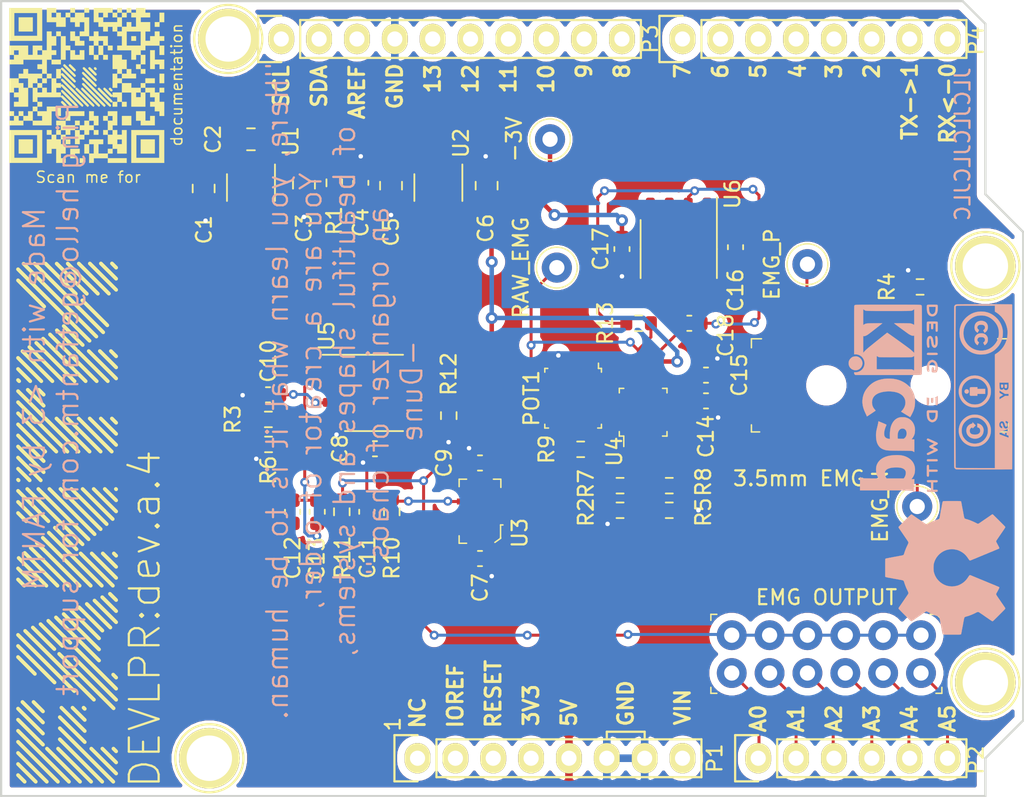
<source format=kicad_pcb>
(kicad_pcb (version 20171130) (host pcbnew "(5.1.8)-1")
  (title_block (date "lun. 30 mars 2015"))
  (layers (0 F.Cu signal) (31 B.Cu signal) (34 B.Paste user) (35 F.Paste user) (36 B.SilkS user hide) (37 F.SilkS user) (38 B.Mask user hide) (39 F.Mask user hide) (44 Edge.Cuts user))
  (net 0 "")
  (net 1 /IOREF)
  (net 2 /Reset)
  (net 3 +5V)
  (net 4 GND)
  (net 5 /Vin)
  (net 6 /A0)
  (net 7 /A1)
  (net 8 /A2)
  (net 9 /A3)
  (net 10 /AREF)
  (net 11 "/A4(SDA)")
  (net 12 "/A5(SCL)")
  (net 13 "/9(**)")
  (net 14 /8)
  (net 15 /7)
  (net 16 "/6(**)")
  (net 17 "/5(**)")
  (net 18 /4)
  (net 19 "/3(**)")
  (net 20 /2)
  (net 21 "/1(Tx)")
  (net 22 "/0(Rx)")
  (net 23 "Net-(P5-Pad1)")
  (net 24 "Net-(P6-Pad1)")
  (net 25 "Net-(P7-Pad1)")
  (net 26 "Net-(P8-Pad1)")
  (net 27 "/13(SCK)")
  (net 28 "Net-(P1-Pad1)")
  (net 29 +3V3)
  (net 30 /EMG_N)
  (net 31 /EMG_P)
  (net 32 "/EMG Amplifiers/EMG_INSTR")
  (net 33 /EMG_OUT)
  (net 34 -3V)
  (net 35 "/EMG Amplifiers/V_SHIFT")
  (net 36 "/EMG Amplifiers/BUFFER_OUT")
  (net 37 "/EMG Amplifiers/RG_1")
  (net 38 "/EMG Amplifiers/RG_2")
  (net 39 "/EMG Amplifiers/BUFFER_FDBK")
  (net 40 "Net-(U5-Pad8)")
  (net 41 "Net-(U5-Pad5)")
  (net 42 "Net-(U5-Pad1)")
  (net 43 "/-5V Source/Cfly-")
  (net 44 "/-5V Source/Cfly+")
  (net 45 "/12(SDI)")
  (net 46 "/11(**|SDO)")
  (net 47 "/10(**|CS)")
  (net 48 "/-5V Source/INV_OUT")
  (net 49 "/-5V Source/LDO_IN")
  (net 50 /SCL)
  (net 51 /SDA)
  (net 52 "/EMG Amplifiers/INA_REF")
  (net 53 /EMG_GND)
  (net 54 "Net-(U6-Pad8)")
  (net 55 "Net-(U6-Pad5)")
  (net 56 "Net-(U6-Pad1)")
  (net 57 "Net-(POT1-Pad2)")
  (net 58 "/EMG Amplifiers/REF_-")
  (net 59 "/EMG Amplifiers/INA_N")
  (net 60 "/EMG Amplifiers/INA_P")
  (module digikey-footprints:TSSOP-8_W3mm (layer F.Cu) (at 154.0764 100.6094)
    (fp_text reference U4 (at -1.9304 2.6416 90) (layer F.SilkS))
    (fp_text value INA819IDGK)
    (pad 8 smd rect (at -0.975 -2.2) (size 0.45 1.45) (layers F.Cu F.Paste F.Mask) (net 3 +5V))
    (pad 7 smd rect (at -0.325 -2.2) (size 0.45 1.45) (layers F.Cu F.Paste F.Mask) (net 32 "/EMG Amplifiers/EMG_INSTR"))
    (pad 6 smd rect (at 0.325 -2.2) (size 0.45 1.45) (layers F.Cu F.Paste F.Mask) (net 52 "/EMG Amplifiers/INA_REF"))
    (pad 5 smd rect (at 0.975 -2.2) (size 0.45 1.45) (layers F.Cu F.Paste F.Mask) (net 34 -3V))
    (pad 4 smd rect (at 0.975 2.2) (size 0.45 1.45) (layers F.Cu F.Paste F.Mask) (net 60 "/EMG Amplifiers/INA_P"))
    (pad 3 smd rect (at 0.325 2.2) (size 0.45 1.45) (layers F.Cu F.Paste F.Mask) (net 38 "/EMG Amplifiers/RG_2"))
    (pad 2 smd rect (at -0.325 2.2) (size 0.45 1.45) (layers F.Cu F.Paste F.Mask) (net 37 "/EMG Amplifiers/RG_1"))
    (pad 1 smd rect (at -0.975 2.2) (size 0.45 1.45) (layers F.Cu F.Paste F.Mask) (net 59 "/EMG Amplifiers/INA_N"))
  )
  (module kicad:oh_norm (layer B.Cu) (at 174.3456 111.0488 270)
    (fp_text reference G*** hide)
    (fp_text value LOGO hide)
  )
  (module kicad:cc_reg (layer B.Cu) (at 176.8856 98.9076 270)
    (fp_text reference G*** hide)
    (fp_text value LOGO hide)
  )
  (module Symbol:KiCad-Logo2_5mm_SilkScreen (layer B.Cu) (at 170.8404 99.6696 270)
    (fp_text reference REF** hide)
    (fp_text value KiCad-Logo2_5mm_SilkScreen hide)
  )
  (module kicad:logo (layer F.Cu) (at 116.7384 78.6892 90)
    (fp_text reference G*** hide)
    (fp_text value LOGO hide)
  )
  (module Package_SO:SOIC-8_3.9x4.9mm_P1.27mm (layer F.Cu) (at 156.464 89.662 270)
    (fp_text reference U6 (at -3.683 -3.6068 90) (layer F.SilkS))
    (fp_text value OPA376xxD)
    (pad 8 smd roundrect (at 2.475 -1.905 270) (size 1.95 0.6) (layers F.Cu F.Paste F.Mask) (net 54 "Net-(U6-Pad8)"))
    (pad 7 smd roundrect (at 2.475 -0.635 270) (size 1.95 0.6) (layers F.Cu F.Paste F.Mask) (net 3 +5V))
    (pad 6 smd roundrect (at 2.475 0.635 270) (size 1.95 0.6) (layers F.Cu F.Paste F.Mask) (net 52 "/EMG Amplifiers/INA_REF"))
    (pad 5 smd roundrect (at 2.475 1.905 270) (size 1.95 0.6) (layers F.Cu F.Paste F.Mask) (net 55 "Net-(U6-Pad5)"))
    (pad 4 smd roundrect (at -2.475 1.905 270) (size 1.95 0.6) (layers F.Cu F.Paste F.Mask) (net 34 -3V))
    (pad 3 smd roundrect (at -2.475 0.635 270) (size 1.95 0.6) (layers F.Cu F.Paste F.Mask) (net 4 GND))
    (pad 2 smd roundrect (at -2.475 -0.635 270) (size 1.95 0.6) (layers F.Cu F.Paste F.Mask) (net 58 "/EMG Amplifiers/REF_-"))
    (pad 1 smd roundrect (at -2.475 -1.905 270) (size 1.95 0.6) (layers F.Cu F.Paste F.Mask) (net 56 "Net-(U6-Pad1)"))
  )
  (module digikey-footprints:Test_Point_D1.02mm (layer F.Cu) (at 165.1 90.678)
    (fp_text reference TP2 hide)
    (fp_text value EMG_P (at -2.3876 0 90) (layer F.SilkS))
    (pad 1 thru_hole circle (at 0 0) (size 2.02 2.02) (drill 1.02) (layers *.Cu *.Mask) (net 31 /EMG_P))
  )
  (module digikey-footprints:Test_Point_D1.02mm (layer F.Cu) (at 172.466 106.934 180)
    (fp_text reference TP1 hide)
    (fp_text value EMG_N (at 2.4892 0 90) (layer F.SilkS))
    (pad 1 thru_hole circle (at 0 0 180) (size 2.02 2.02) (drill 1.02) (layers *.Cu *.Mask) (net 30 /EMG_N))
  )
  (module Resistor_SMD:R_0603_1608Metric (layer F.Cu) (at 153.7716 94.6404)
    (fp_text reference R13 (at -2.2352 0 90) (layer F.SilkS))
    (fp_text value 100k)
    (pad 2 smd roundrect (at 0.825 0) (size 0.8 0.95) (layers F.Cu F.Paste F.Mask) (net 32 "/EMG Amplifiers/EMG_INSTR"))
    (pad 1 smd roundrect (at -0.825 0) (size 0.8 0.95) (layers F.Cu F.Paste F.Mask) (net 58 "/EMG Amplifiers/REF_-"))
  )
  (module Resistor_SMD:R_0603_1608Metric (layer F.Cu) (at 133.858 107.2896 270)
    (fp_text reference R11 (at 3.048 -0.0508 90) (layer F.SilkS))
    (fp_text value 69.8k)
    (pad 2 smd roundrect (at 0.825 0 270) (size 0.8 0.95) (layers F.Cu F.Paste F.Mask) (net 36 "/EMG Amplifiers/BUFFER_OUT"))
    (pad 1 smd roundrect (at -0.825 0 270) (size 0.8 0.95) (layers F.Cu F.Paste F.Mask) (net 33 /EMG_OUT))
  )
  (module Resistor_SMD:R_0603_1608Metric (layer F.Cu) (at 137.2108 107.2896 90)
    (fp_text reference R10 (at -3.0988 0 90) (layer F.SilkS))
    (fp_text value 3.3k)
    (pad 2 smd roundrect (at 0.825 0 90) (size 0.8 0.95) (layers F.Cu F.Paste F.Mask) (net 39 "/EMG Amplifiers/BUFFER_FDBK"))
    (pad 1 smd roundrect (at -0.825 0 90) (size 0.8 0.95) (layers F.Cu F.Paste F.Mask) (net 36 "/EMG Amplifiers/BUFFER_OUT"))
  )
  (module Resistor_SMD:R_0603_1608Metric (layer F.Cu) (at 149.8854 103.0986)
    (fp_text reference R9 (at -2.286 0 90) (layer F.SilkS))
    (fp_text value 470)
    (pad 2 smd roundrect (at 0.825 0) (size 0.8 0.95) (layers F.Cu F.Paste F.Mask) (net 37 "/EMG Amplifiers/RG_1"))
    (pad 1 smd roundrect (at -0.825 0) (size 0.8 0.95) (layers F.Cu F.Paste F.Mask) (net 57 "Net-(POT1-Pad2)"))
  )
  (module Resistor_SMD:R_0603_1608Metric (layer F.Cu) (at 155.829 105.537)
    (fp_text reference R8 (at 2.286 -0.254 90) (layer F.SilkS))
    (fp_text value 100k)
    (pad 2 smd roundrect (at 0.825 0) (size 0.8 0.95) (layers F.Cu F.Paste F.Mask) (net 60 "/EMG Amplifiers/INA_P"))
    (pad 1 smd roundrect (at -0.825 0) (size 0.8 0.95) (layers F.Cu F.Paste F.Mask) (net 31 /EMG_P))
  )
  (module Resistor_SMD:R_0603_1608Metric (layer F.Cu) (at 152.527 105.537 180)
    (fp_text reference R7 (at 2.286 0.127 90) (layer F.SilkS))
    (fp_text value 100k)
    (pad 2 smd roundrect (at 0.825 0 180) (size 0.8 0.95) (layers F.Cu F.Paste F.Mask) (net 59 "/EMG Amplifiers/INA_N"))
    (pad 1 smd roundrect (at -0.825 0 180) (size 0.8 0.95) (layers F.Cu F.Paste F.Mask) (net 30 /EMG_N))
  )
  (module Resistor_SMD:R_0603_1608Metric (layer F.Cu) (at 128.9426 102.7684 180)
    (fp_text reference R6 (at 0.0122 -1.7272 90) (layer F.SilkS))
    (fp_text value 1k)
    (pad 2 smd roundrect (at 0.825 0 180) (size 0.8 0.95) (layers F.Cu F.Paste F.Mask) (net 4 GND))
    (pad 1 smd roundrect (at -0.825 0 180) (size 0.8 0.95) (layers F.Cu F.Paste F.Mask) (net 35 "/EMG Amplifiers/V_SHIFT"))
  )
  (module Resistor_SMD:R_0603_1608Metric (layer F.Cu) (at 172.657 92.202 180)
    (fp_text reference R4 (at 2.223 0 90) (layer F.SilkS))
    (fp_text value 100k)
    (pad 2 smd roundrect (at 0.825 0 180) (size 0.8 0.95) (layers F.Cu F.Paste F.Mask) (net 4 GND))
    (pad 1 smd roundrect (at -0.825 0 180) (size 0.8 0.95) (layers F.Cu F.Paste F.Mask) (net 53 /EMG_GND))
  )
  (module Resistor_SMD:R_0603_1608Metric (layer F.Cu) (at 128.9304 101.092)
    (fp_text reference R3 (at -2.3876 0 90) (layer F.SilkS))
    (fp_text value 43.2k)
    (pad 2 smd roundrect (at 0.825 0) (size 0.8 0.95) (layers F.Cu F.Paste F.Mask) (net 35 "/EMG Amplifiers/V_SHIFT"))
    (pad 1 smd roundrect (at -0.825 0) (size 0.8 0.95) (layers F.Cu F.Paste F.Mask) (net 3 +5V))
  )
  (module digikey-footprints:Trimpot_3.8mmx3.6mm_TC33X-2-103E (layer F.Cu) (at 149.3774 99.6696 180)
    (fp_text reference POT1 (at 2.794 0 90) (layer F.SilkS))
    (fp_text value GAIN)
    (pad 3 smd rect (at 1 1.8 180) (size 1.2 1.2) (layers F.Cu F.Paste F.Mask) (net 4 GND))
    (pad 1 smd rect (at -1 1.8 180) (size 1.2 1.2) (layers F.Cu F.Paste F.Mask) (net 38 "/EMG Amplifiers/RG_2"))
    (pad 2 smd rect (at 0 -1.45 180) (size 1.6 1.5) (layers F.Cu F.Paste F.Mask) (net 57 "Net-(POT1-Pad2)"))
  )
  (module Capacitor_SMD:C_0603_1608Metric (layer F.Cu) (at 157.1752 94.6404)
    (fp_text reference C18 (at 2.4384 0.8128 270) (layer F.SilkS))
    (fp_text value 1uF)
    (pad 2 smd roundrect (at 0.775 0) (size 0.9 0.95) (layers F.Cu F.Paste F.Mask) (net 58 "/EMG Amplifiers/REF_-"))
    (pad 1 smd roundrect (at -0.775 0) (size 0.9 0.95) (layers F.Cu F.Paste F.Mask) (net 52 "/EMG Amplifiers/INA_REF"))
  )
  (module Capacitor_SMD:C_0603_1608Metric (layer F.Cu) (at 152.654 89.662 90)
    (fp_text reference C17 (at 0 -1.43 90) (layer F.SilkS))
    (fp_text value 0.1uF)
    (pad 2 smd roundrect (at 0.775 0 90) (size 0.9 0.95) (layers F.Cu F.Paste F.Mask) (net 34 -3V))
    (pad 1 smd roundrect (at -0.775 0 90) (size 0.9 0.95) (layers F.Cu F.Paste F.Mask) (net 4 GND))
  )
  (module Capacitor_SMD:C_0603_1608Metric (layer F.Cu) (at 160.274 89.535 270)
    (fp_text reference C16 (at 2.8956 0 90) (layer F.SilkS))
    (fp_text value 0.1uF)
    (pad 2 smd roundrect (at 0.775 0 270) (size 0.9 0.95) (layers F.Cu F.Paste F.Mask) (net 3 +5V))
    (pad 1 smd roundrect (at -0.775 0 270) (size 0.9 0.95) (layers F.Cu F.Paste F.Mask) (net 4 GND))
  )
  (module Capacitor_SMD:C_0603_1608Metric (layer F.Cu) (at 132.207 107.2896 90)
    (fp_text reference C13 (at -3.1496 -0.0254 90) (layer F.SilkS))
    (fp_text value 4700pF)
    (pad 2 smd roundrect (at 0.775 0 90) (size 0.9 0.95) (layers F.Cu F.Paste F.Mask) (net 33 /EMG_OUT))
    (pad 1 smd roundrect (at -0.775 0 90) (size 0.9 0.95) (layers F.Cu F.Paste F.Mask) (net 36 "/EMG Amplifiers/BUFFER_OUT"))
  )
  (module Capacitor_SMD:C_0603_1608Metric (layer F.Cu) (at 130.556 107.2896 90)
    (fp_text reference C12 (at -3.0988 0 90) (layer F.SilkS))
    (fp_text value 4700pF)
    (pad 2 smd roundrect (at 0.775 0 90) (size 0.9 0.95) (layers F.Cu F.Paste F.Mask) (net 33 /EMG_OUT))
    (pad 1 smd roundrect (at -0.775 0 90) (size 0.9 0.95) (layers F.Cu F.Paste F.Mask) (net 35 "/EMG Amplifiers/V_SHIFT"))
  )
  (module Capacitor_SMD:C_0603_1608Metric (layer F.Cu) (at 135.5344 107.2896 270)
    (fp_text reference C11 (at 3.048 -0.0508 90) (layer F.SilkS))
    (fp_text value 4700pF)
    (pad 2 smd roundrect (at 0.775 0 270) (size 0.9 0.95) (layers F.Cu F.Paste F.Mask) (net 36 "/EMG Amplifiers/BUFFER_OUT"))
    (pad 1 smd roundrect (at -0.775 0 270) (size 0.9 0.95) (layers F.Cu F.Paste F.Mask) (net 4 GND))
  )
  (module digikey-footprints:Test_Point_D1.02mm (layer F.Cu) (at 147.828 82.296)
    (fp_text reference TP3 hide)
    (fp_text value -3V (at -2.413 0 90) (layer F.SilkS))
    (pad 1 thru_hole circle (at 0 0) (size 2.02 2.02) (drill 1.02) (layers *.Cu *.Mask) (net 34 -3V))
  )
  (module Resistor_SMD:R_0603_1608Metric (layer F.Cu) (at 133.35 85.217 90)
    (fp_text reference R1 (at -2.54 0 90) (layer F.SilkS))
    (fp_text value 249)
    (pad 2 smd roundrect (at 0.825 0 90) (size 0.8 0.95) (layers F.Cu F.Paste F.Mask) (net 48 "/-5V Source/INV_OUT"))
    (pad 1 smd roundrect (at -0.825 0 90) (size 0.8 0.95) (layers F.Cu F.Paste F.Mask) (net 49 "/-5V Source/LDO_IN"))
  )
  (module Capacitor_SMD:C_0603_1608Metric (layer F.Cu) (at 135.128 85.217 270)
    (fp_text reference C4 (at 2.667 0 90) (layer F.SilkS))
    (fp_text value 0.1uF)
    (pad 2 smd roundrect (at 0.775 0 270) (size 0.9 0.95) (layers F.Cu F.Paste F.Mask) (net 49 "/-5V Source/LDO_IN"))
    (pad 1 smd roundrect (at -0.775 0 270) (size 0.9 0.95) (layers F.Cu F.Paste F.Mask) (net 4 GND))
  )
  (module Capacitor_SMD:C_0805_2012Metric (layer F.Cu) (at 131.318 85.344 90)
    (fp_text reference C3 (at -2.921 0 90) (layer F.SilkS))
    (fp_text value 3.3uF)
    (pad 2 smd roundrect (at 0.95 0 90) (size 1 1.45) (layers F.Cu F.Paste F.Mask) (net 48 "/-5V Source/INV_OUT"))
    (pad 1 smd roundrect (at -0.95 0 90) (size 1 1.45) (layers F.Cu F.Paste F.Mask) (net 4 GND))
  )
  (module Capacitor_SMD:C_0805_2012Metric (layer F.Cu) (at 127.762 82.296)
    (fp_text reference C2 (at -2.54 0 90) (layer F.SilkS))
    (fp_text value 3.3uF)
    (pad 2 smd roundrect (at 0.95 0) (size 1 1.45) (layers F.Cu F.Paste F.Mask) (net 44 "/-5V Source/Cfly+"))
    (pad 1 smd roundrect (at -0.95 0) (size 1 1.45) (layers F.Cu F.Paste F.Mask) (net 43 "/-5V Source/Cfly-"))
  )
  (module Capacitor_SMD:C_0805_2012Metric (layer F.Cu) (at 124.587 85.598 90)
    (fp_text reference C1 (at -2.7686 0.0254 90) (layer F.SilkS))
    (fp_text value 3.3uF)
    (pad 2 smd roundrect (at 0.95 0 90) (size 1 1.45) (layers F.Cu F.Paste F.Mask) (net 3 +5V))
    (pad 1 smd roundrect (at -0.95 0 90) (size 1 1.45) (layers F.Cu F.Paste F.Mask) (net 4 GND))
  )
  (module Capacitor_SMD:C_0805_2012Metric (layer F.Cu) (at 137.16 85.4075 90)
    (fp_text reference C5 (at -3.1115 0 270) (layer F.SilkS))
    (fp_text value 1uF)
    (pad 2 smd roundrect (at 0.95 0 90) (size 1 1.45) (layers F.Cu F.Paste F.Mask) (net 49 "/-5V Source/LDO_IN"))
    (pad 1 smd roundrect (at -0.95 0 90) (size 1 1.45) (layers F.Cu F.Paste F.Mask) (net 4 GND))
  )
  (module digikey-footprints:SC-70-5 (layer F.Cu) (at 143.129 107.2515 90)
    (fp_text reference U3 (at -1.4605 2.667 270) (layer F.SilkS))
    (fp_text value OPA375DCK)
    (pad 3 smd rect (at 0.65 1.1 90) (size 0.4 0.9) (layers F.Cu F.Paste F.Mask) (net 39 "/EMG Amplifiers/BUFFER_FDBK"))
    (pad 1 smd rect (at -0.65 1.1 90) (size 0.4 0.9) (layers F.Cu F.Paste F.Mask) (net 32 "/EMG Amplifiers/EMG_INSTR"))
    (pad 2 smd rect (at 0 1.1 90) (size 0.4 0.9) (layers F.Cu F.Paste F.Mask) (net 34 -3V))
    (pad 4 smd rect (at 0.65 -1.1 90) (size 0.4 0.9) (layers F.Cu F.Paste F.Mask) (net 39 "/EMG Amplifiers/BUFFER_FDBK"))
    (pad 5 smd rect (at -0.65 -1.1 90) (size 0.4 0.9) (layers F.Cu F.Paste F.Mask) (net 3 +5V))
  )
  (module Package_TO_SOT_SMD:SOT-23-5 (layer F.Cu) (at 140.335 85.5345 270)
    (fp_text reference U2 (at -2.9845 -1.524 270) (layer F.SilkS))
    (fp_text value MAX1735)
    (pad 5 smd rect (at 1.1 -0.95 270) (size 1.06 0.65) (layers F.Cu F.Paste F.Mask) (net 34 -3V))
    (pad 4 smd rect (at 1.1 0.95 270) (size 1.06 0.65) (layers F.Cu F.Paste F.Mask) (net 4 GND))
    (pad 3 smd rect (at -1.1 0.95 270) (size 1.06 0.65) (layers F.Cu F.Paste F.Mask) (net 49 "/-5V Source/LDO_IN"))
    (pad 2 smd rect (at -1.1 0 270) (size 1.06 0.65) (layers F.Cu F.Paste F.Mask) (net 49 "/-5V Source/LDO_IN"))
    (pad 1 smd rect (at -1.1 -0.95 270) (size 1.06 0.65) (layers F.Cu F.Paste F.Mask) (net 4 GND))
  )
  (module Package_TO_SOT_SMD:SOT-23-5 (layer F.Cu) (at 127.762 85.5345 270)
    (fp_text reference U1 (at -3.1115 -2.667 270) (layer F.SilkS))
    (fp_text value TPS60402)
    (pad 5 smd rect (at 1.1 -0.95 270) (size 1.06 0.65) (layers F.Cu F.Paste F.Mask) (net 44 "/-5V Source/Cfly+"))
    (pad 4 smd rect (at 1.1 0.95 270) (size 1.06 0.65) (layers F.Cu F.Paste F.Mask) (net 4 GND))
    (pad 3 smd rect (at -1.1 0.95 270) (size 1.06 0.65) (layers F.Cu F.Paste F.Mask) (net 43 "/-5V Source/Cfly-"))
    (pad 2 smd rect (at -1.1 0 270) (size 1.06 0.65) (layers F.Cu F.Paste F.Mask) (net 3 +5V))
    (pad 1 smd rect (at -1.1 -0.95 270) (size 1.06 0.65) (layers F.Cu F.Paste F.Mask) (net 48 "/-5V Source/INV_OUT"))
  )
  (module digikey-footprints:Test_Point_D1.02mm (layer F.Cu) (at 148.2852 90.9066)
    (fp_text reference TP4 hide)
    (fp_text value RAW_EMG (at -2.413 0 90) (layer F.SilkS))
    (pad 1 thru_hole circle (at 0 0) (size 2.02 2.02) (drill 1.02) (layers *.Cu *.Mask) (net 32 "/EMG Amplifiers/EMG_INSTR"))
  )
  (module Capacitor_SMD:C_0805_2012Metric (layer F.Cu) (at 143.5735 85.4075 270)
    (fp_text reference C6 (at 2.8575 0.0635 90) (layer F.SilkS))
    (fp_text value 1uF)
    (pad 2 smd roundrect (at 0.95 0 270) (size 1 1.45) (layers F.Cu F.Paste F.Mask) (net 34 -3V))
    (pad 1 smd roundrect (at -0.95 0 270) (size 1 1.45) (layers F.Cu F.Paste F.Mask) (net 4 GND))
  )
  (module Capacitor_SMD:C_0603_1608Metric (layer F.Cu) (at 158.2928 98.1202 180)
    (fp_text reference C15 (at -2.2352 0 90) (layer F.SilkS))
    (fp_text value 0.1uF)
    (pad 2 smd roundrect (at 0.775 0 180) (size 0.9 0.95) (layers F.Cu F.Paste F.Mask) (net 34 -3V))
    (pad 1 smd roundrect (at -0.775 0 180) (size 0.9 0.95) (layers F.Cu F.Paste F.Mask) (net 4 GND))
  )
  (module digikey-footprints:Switch_Slide_11.6x4mm_SJ-3523-SMT (layer F.Cu) (at 172.466 98.806 180)
    (fp_text reference CON1 hide)
    (fp_text value "3.5mm EMG" (at 7.9248 -6.2484 180) (layer F.SilkS))
    (pad "" np_thru_hole circle (at 6.1 0 180) (size 1.7 1.7) (drill 1.7) (layers *.Cu *.Mask))
    (pad "" np_thru_hole circle (at -0.9 0 180) (size 1.7 1.7) (drill 1.7) (layers *.Cu *.Mask))
    (pad 2 smd rect (at 7.4 3.7 180) (size 2.8 2.8) (layers F.Cu F.Paste F.Mask) (net 31 /EMG_P))
    (pad 1 smd rect (at -2 3.7 180) (size 2.2 2.8) (layers F.Cu F.Paste F.Mask) (net 53 /EMG_GND))
    (pad 3 smd rect (at 0 -3.7 180) (size 2.2 2.8) (layers F.Cu F.Paste F.Mask) (net 30 /EMG_N))
  )
  (module digikey-footprints:PinHeader_6x2_P2.54mm_Horizontal (layer F.Cu) (at 172.72 115.57 270)
    (fp_text reference J1 hide)
    (fp_text value "EMG OUTPUT" (at -2.54 6.35 180) (layer F.SilkS))
    (pad 2 thru_hole circle (at 2.54 0 270) (size 2 2) (drill 1.02) (layers *.Cu *.Mask) (net 12 "/A5(SCL)"))
    (pad 4 thru_hole circle (at 2.54 2.54 270) (size 2 2) (drill 1.02) (layers *.Cu *.Mask) (net 11 "/A4(SDA)"))
    (pad 6 thru_hole circle (at 2.54 5.08 270) (size 2 2) (drill 1.02) (layers *.Cu *.Mask) (net 9 /A3))
    (pad 8 thru_hole circle (at 2.54 7.62 270) (size 2 2) (drill 1.02) (layers *.Cu *.Mask) (net 8 /A2))
    (pad 10 thru_hole circle (at 2.54 10.16 270) (size 2 2) (drill 1.02) (layers *.Cu *.Mask) (net 7 /A1))
    (pad 12 thru_hole circle (at 2.54 12.7 270) (size 2 2) (drill 1.02) (layers *.Cu *.Mask) (net 6 /A0))
    (pad 11 thru_hole circle (at 0 12.7 270) (size 2 2) (drill 1.02) (layers *.Cu *.Mask) (net 33 /EMG_OUT))
    (pad 9 thru_hole circle (at 0 10.16 270) (size 2 2) (drill 1.02) (layers *.Cu *.Mask) (net 33 /EMG_OUT))
    (pad 7 thru_hole circle (at 0 7.62 270) (size 2 2) (drill 1.02) (layers *.Cu *.Mask) (net 33 /EMG_OUT))
    (pad 5 thru_hole circle (at 0 5.08 270) (size 2 2) (drill 1.02) (layers *.Cu *.Mask) (net 33 /EMG_OUT))
    (pad 3 thru_hole circle (at 0 2.54 270) (size 2 2) (drill 1.02) (layers *.Cu *.Mask) (net 33 /EMG_OUT))
    (pad 1 thru_hole circle (at 0 0 270) (size 2 2) (drill 1.02) (layers *.Cu *.Mask) (net 33 /EMG_OUT))
  )
  (module Package_SO:SOIC-8_3.9x4.9mm_P1.27mm (layer F.Cu) (at 136.017 99.314)
    (fp_text reference U5 (at -3.175 -3.81 90) (layer F.SilkS))
    (fp_text value OPA376xxD)
    (pad 8 smd roundrect (at 2.475 -1.905) (size 1.95 0.6) (layers F.Cu F.Paste F.Mask) (net 40 "Net-(U5-Pad8)"))
    (pad 7 smd roundrect (at 2.475 -0.635) (size 1.95 0.6) (layers F.Cu F.Paste F.Mask) (net 3 +5V))
    (pad 6 smd roundrect (at 2.475 0.635) (size 1.95 0.6) (layers F.Cu F.Paste F.Mask) (net 33 /EMG_OUT))
    (pad 5 smd roundrect (at 2.475 1.905) (size 1.95 0.6) (layers F.Cu F.Paste F.Mask) (net 41 "Net-(U5-Pad5)"))
    (pad 4 smd roundrect (at -2.475 1.905) (size 1.95 0.6) (layers F.Cu F.Paste F.Mask) (net 4 GND))
    (pad 3 smd roundrect (at -2.475 0.635) (size 1.95 0.6) (layers F.Cu F.Paste F.Mask) (net 35 "/EMG Amplifiers/V_SHIFT"))
    (pad 2 smd roundrect (at -2.475 -0.635) (size 1.95 0.6) (layers F.Cu F.Paste F.Mask) (net 36 "/EMG Amplifiers/BUFFER_OUT"))
    (pad 1 smd roundrect (at -2.475 -1.905) (size 1.95 0.6) (layers F.Cu F.Paste F.Mask) (net 42 "Net-(U5-Pad1)"))
  )
  (module Resistor_SMD:R_0603_1608Metric (layer F.Cu) (at 152.527 107.188)
    (fp_text reference R2 (at -2.286 0.127 90) (layer F.SilkS))
    (fp_text value 47k)
    (pad 2 smd roundrect (at 0.825 0) (size 0.8 0.95) (layers F.Cu F.Paste F.Mask) (net 30 /EMG_N))
    (pad 1 smd roundrect (at -0.825 0) (size 0.8 0.95) (layers F.Cu F.Paste F.Mask) (net 4 GND))
  )
  (module Resistor_SMD:R_0603_1608Metric (layer F.Cu) (at 155.829 107.188 180)
    (fp_text reference R5 (at -2.286 -0.127 90) (layer F.SilkS))
    (fp_text value 47k)
    (pad 2 smd roundrect (at 0.825 0 180) (size 0.8 0.95) (layers F.Cu F.Paste F.Mask) (net 31 /EMG_P))
    (pad 1 smd roundrect (at -0.825 0 180) (size 0.8 0.95) (layers F.Cu F.Paste F.Mask) (net 4 GND))
  )
  (module Resistor_SMD:R_0603_1608Metric (layer F.Cu) (at 141.0335 100.8375 270)
    (fp_text reference R12 (at -2.7935 0 90) (layer F.SilkS))
    (fp_text value 10k)
    (pad 2 smd roundrect (at 0.825 0 270) (size 0.8 0.95) (layers F.Cu F.Paste F.Mask) (net 4 GND))
    (pad 1 smd roundrect (at -0.825 0 270) (size 0.8 0.95) (layers F.Cu F.Paste F.Mask) (net 33 /EMG_OUT))
  )
  (module Capacitor_SMD:C_0603_1608Metric (layer F.Cu) (at 158.2928 99.8474 180)
    (fp_text reference C14 (at 0 -2.3876 90) (layer F.SilkS))
    (fp_text value 0.1uF)
    (pad 2 smd roundrect (at 0.775 0 180) (size 0.9 0.95) (layers F.Cu F.Paste F.Mask) (net 3 +5V))
    (pad 1 smd roundrect (at -0.775 0 180) (size 0.9 0.95) (layers F.Cu F.Paste F.Mask) (net 4 GND))
  )
  (module Capacitor_SMD:C_0603_1608Metric (layer F.Cu) (at 143.129 104.013)
    (fp_text reference C9 (at -2.413 0 90) (layer F.SilkS))
    (fp_text value 0.1uF)
    (pad 2 smd roundrect (at 0.775 0) (size 0.9 0.95) (layers F.Cu F.Paste F.Mask) (net 34 -3V))
    (pad 1 smd roundrect (at -0.775 0) (size 0.9 0.95) (layers F.Cu F.Paste F.Mask) (net 4 GND))
  )
  (module Capacitor_SMD:C_0603_1608Metric (layer F.Cu) (at 136.0805 103.0605)
    (fp_text reference C8 (at -2.3495 0 90) (layer F.SilkS))
    (fp_text value 0.1uF)
    (pad 2 smd roundrect (at 0.775 0) (size 0.9 0.95) (layers F.Cu F.Paste F.Mask) (net 3 +5V))
    (pad 1 smd roundrect (at -0.775 0) (size 0.9 0.95) (layers F.Cu F.Paste F.Mask) (net 4 GND))
  )
  (module Capacitor_SMD:C_0603_1608Metric (layer F.Cu) (at 128.905 99.441)
    (fp_text reference C10 (at 0.0254 -2.2606 90) (layer F.SilkS))
    (fp_text value 1uF)
    (pad 2 smd roundrect (at 0.775 0) (size 0.9 0.95) (layers F.Cu F.Paste F.Mask) (net 35 "/EMG Amplifiers/V_SHIFT"))
    (pad 1 smd roundrect (at -0.775 0) (size 0.9 0.95) (layers F.Cu F.Paste F.Mask) (net 4 GND))
  )
  (module Capacitor_SMD:C_0603_1608Metric (layer F.Cu) (at 143.129 110.4265 180)
    (fp_text reference C7 (at 0 -1.9685 90) (layer F.SilkS))
    (fp_text value 0.1uF)
    (pad 2 smd roundrect (at 0.775 0 180) (size 0.9 0.95) (layers F.Cu F.Paste F.Mask) (net 3 +5V))
    (pad 1 smd roundrect (at -0.775 0 180) (size 0.9 0.95) (layers F.Cu F.Paste F.Mask) (net 4 GND))
  )
  (module Socket_Arduino_Uno:Socket_Strip_Arduino_1x08 (layer F.Cu) (at 138.938 123.825)
    (fp_text reference P1 (at 19.939 0 90) (layer F.SilkS))
    (fp_text value Power)
    (pad 1 thru_hole oval (at 0 0) (size 1.7272 2.032) (drill 1.016) (layers *.Cu *.Mask F.SilkS) (net 28 "Net-(P1-Pad1)"))
    (pad 2 thru_hole oval (at 2.54 0) (size 1.7272 2.032) (drill 1.016) (layers *.Cu *.Mask F.SilkS) (net 1 /IOREF))
    (pad 3 thru_hole oval (at 5.08 0) (size 1.7272 2.032) (drill 1.016) (layers *.Cu *.Mask F.SilkS) (net 2 /Reset))
    (pad 4 thru_hole oval (at 7.62 0) (size 1.7272 2.032) (drill 1.016) (layers *.Cu *.Mask F.SilkS) (net 29 +3V3))
    (pad 5 thru_hole oval (at 10.16 0) (size 1.7272 2.032) (drill 1.016) (layers *.Cu *.Mask F.SilkS) (net 3 +5V))
    (pad 6 thru_hole oval (at 12.7 0) (size 1.7272 2.032) (drill 1.016) (layers *.Cu *.Mask F.SilkS) (net 4 GND))
    (pad 7 thru_hole oval (at 15.24 0) (size 1.7272 2.032) (drill 1.016) (layers *.Cu *.Mask F.SilkS) (net 4 GND))
    (pad 8 thru_hole oval (at 17.78 0) (size 1.7272 2.032) (drill 1.016) (layers *.Cu *.Mask F.SilkS) (net 5 /Vin))
  )
  (module Socket_Arduino_Uno:Socket_Strip_Arduino_1x06 (layer F.Cu) (at 161.798 123.825)
    (fp_text reference P2 (at 14.605 0.127 90) (layer F.SilkS))
    (fp_text value Analog)
    (pad 1 thru_hole oval (at 0 0) (size 1.7272 2.032) (drill 1.016) (layers *.Cu *.Mask F.SilkS) (net 6 /A0))
    (pad 2 thru_hole oval (at 2.54 0) (size 1.7272 2.032) (drill 1.016) (layers *.Cu *.Mask F.SilkS) (net 7 /A1))
    (pad 3 thru_hole oval (at 5.08 0) (size 1.7272 2.032) (drill 1.016) (layers *.Cu *.Mask F.SilkS) (net 8 /A2))
    (pad 4 thru_hole oval (at 7.62 0) (size 1.7272 2.032) (drill 1.016) (layers *.Cu *.Mask F.SilkS) (net 9 /A3))
    (pad 5 thru_hole oval (at 10.16 0) (size 1.7272 2.032) (drill 1.016) (layers *.Cu *.Mask F.SilkS) (net 11 "/A4(SDA)"))
    (pad 6 thru_hole oval (at 12.7 0) (size 1.7272 2.032) (drill 1.016) (layers *.Cu *.Mask F.SilkS) (net 12 "/A5(SCL)"))
  )
  (module Socket_Arduino_Uno:Socket_Strip_Arduino_1x10 (layer F.Cu) (at 129.794 75.565)
    (fp_text reference P3 (at 24.765 0 90) (layer F.SilkS))
    (fp_text value Digital)
    (pad 1 thru_hole oval (at 0 0) (size 1.7272 2.032) (drill 1.016) (layers *.Cu *.Mask F.SilkS) (net 50 /SCL))
    (pad 2 thru_hole oval (at 2.54 0) (size 1.7272 2.032) (drill 1.016) (layers *.Cu *.Mask F.SilkS) (net 51 /SDA))
    (pad 3 thru_hole oval (at 5.08 0) (size 1.7272 2.032) (drill 1.016) (layers *.Cu *.Mask F.SilkS) (net 10 /AREF))
    (pad 4 thru_hole oval (at 7.62 0) (size 1.7272 2.032) (drill 1.016) (layers *.Cu *.Mask F.SilkS) (net 4 GND))
    (pad 5 thru_hole oval (at 10.16 0) (size 1.7272 2.032) (drill 1.016) (layers *.Cu *.Mask F.SilkS) (net 27 "/13(SCK)"))
    (pad 6 thru_hole oval (at 12.7 0) (size 1.7272 2.032) (drill 1.016) (layers *.Cu *.Mask F.SilkS) (net 45 "/12(SDI)"))
    (pad 7 thru_hole oval (at 15.24 0) (size 1.7272 2.032) (drill 1.016) (layers *.Cu *.Mask F.SilkS) (net 46 "/11(**|SDO)"))
    (pad 8 thru_hole oval (at 17.78 0) (size 1.7272 2.032) (drill 1.016) (layers *.Cu *.Mask F.SilkS) (net 47 "/10(**|CS)"))
    (pad 9 thru_hole oval (at 20.32 0) (size 1.7272 2.032) (drill 1.016) (layers *.Cu *.Mask F.SilkS) (net 13 "/9(**)"))
    (pad 10 thru_hole oval (at 22.86 0) (size 1.7272 2.032) (drill 1.016) (layers *.Cu *.Mask F.SilkS) (net 14 /8))
  )
  (module Socket_Arduino_Uno:Socket_Strip_Arduino_1x08 (layer F.Cu) (at 156.718 75.565)
    (fp_text reference P4 (at 19.685 0.127 90) (layer F.SilkS))
    (fp_text value Digital)
    (pad 1 thru_hole oval (at 0 0) (size 1.7272 2.032) (drill 1.016) (layers *.Cu *.Mask F.SilkS) (net 15 /7))
    (pad 2 thru_hole oval (at 2.54 0) (size 1.7272 2.032) (drill 1.016) (layers *.Cu *.Mask F.SilkS) (net 16 "/6(**)"))
    (pad 3 thru_hole oval (at 5.08 0) (size 1.7272 2.032) (drill 1.016) (layers *.Cu *.Mask F.SilkS) (net 17 "/5(**)"))
    (pad 4 thru_hole oval (at 7.62 0) (size 1.7272 2.032) (drill 1.016) (layers *.Cu *.Mask F.SilkS) (net 18 /4))
    (pad 5 thru_hole oval (at 10.16 0) (size 1.7272 2.032) (drill 1.016) (layers *.Cu *.Mask F.SilkS) (net 19 "/3(**)"))
    (pad 6 thru_hole oval (at 12.7 0) (size 1.7272 2.032) (drill 1.016) (layers *.Cu *.Mask F.SilkS) (net 20 /2))
    (pad 7 thru_hole oval (at 15.24 0) (size 1.7272 2.032) (drill 1.016) (layers *.Cu *.Mask F.SilkS) (net 21 "/1(Tx)"))
    (pad 8 thru_hole oval (at 17.78 0) (size 1.7272 2.032) (drill 1.016) (layers *.Cu *.Mask F.SilkS) (net 22 "/0(Rx)"))
  )
  (module Socket_Arduino_Uno:Arduino_1pin (layer F.Cu) (at 124.968 123.825)
    (fp_text reference P5 hide)
    (fp_text value CONN_01X01 hide)
    (pad 1 thru_hole circle (at 0 0) (size 4.064 4.064) (drill 3.048) (layers *.Cu *.Mask F.SilkS) (net 23 "Net-(P5-Pad1)"))
  )
  (module Socket_Arduino_Uno:Arduino_1pin (layer F.Cu) (at 177.038 118.745)
    (fp_text reference P6 hide)
    (fp_text value CONN_01X01 hide)
    (pad 1 thru_hole circle (at 0 0) (size 4.064 4.064) (drill 3.048) (layers *.Cu *.Mask F.SilkS) (net 24 "Net-(P6-Pad1)"))
  )
  (module Socket_Arduino_Uno:Arduino_1pin (layer F.Cu) (at 126.238 75.565)
    (fp_text reference P7 hide)
    (fp_text value CONN_01X01 hide)
    (pad 1 thru_hole circle (at 0 0) (size 4.064 4.064) (drill 3.048) (layers *.Cu *.Mask F.SilkS) (net 25 "Net-(P7-Pad1)"))
  )
  (module Socket_Arduino_Uno:Arduino_1pin (layer F.Cu) (at 177.038 90.805)
    (fp_text reference P8 hide)
    (fp_text value CONN_01X01 hide)
    (pad 1 thru_hole circle (at 0 0) (size 4.064 4.064) (drill 3.048) (layers *.Cu *.Mask F.SilkS) (net 26 "Net-(P8-Pad1)"))
  )
  (gr_text JLCJLCJLCJLC (at 175.514 82.6262 90) (layer B.SilkS) (effects (font (size 1 1)) (justify mirror)))
  (gr_text "Made with <3 by FANTM\nPing hello@getfantm.com for support" (at 114.3508 99.720399 90) (layer B.SilkS) (effects (font (size 1.4 1.4)) (justify mirror)))
  (gr_text "\"Here, you learn what it is to be human. \nYou are a creator of order, \nof beautiful shapes and systems, \nan organizer of chaos\" \n-Dune \n\n\n" (at 136.2964 99.7204 90) (layer B.SilkS) (effects (font (size 1.4 1.4)) (justify mirror)))
  (gr_text "documentation\n" (at 122.7836 78.6384 90) (layer F.SilkS) (effects (font (size 0.75 0.75) (thickness 0.1))))
  (gr_text "Scan me for" (at 116.84 84.836) (layer F.SilkS) (effects (font (size 0.75 0.75) (thickness 0.1))))
  (gr_line (start 116.133692 96.504565) (end 118.155648 98.526522) (layer F.SilkS) (width 0.25))
  (gr_line (start 115.468628 90.635788) (end 117.489082 92.656246) (layer F.SilkS) (width 0.25))
  (gr_line (start 114.727403 90.637914) (end 116.75036 92.66087) (layer F.SilkS) (width 0.25))
  (gr_line (start 113.986178 90.64004) (end 116.011636 92.665497) (layer F.SilkS) (width 0.25))
  (gr_line (start 113.244949 90.642172) (end 117.848363 95.245609) (layer F.SilkS) (width 0.25))
  (gr_line (start 112.503602 90.644291) (end 117.389537 95.530228) (layer F.SilkS) (width 0.25))
  (gr_line (start 117.62052 96.504568) (end 118.71579 97.599832) (layer F.SilkS) (width 0.25))
  (gr_line (start 113.528464 99.103042) (end 113.853493 99.428068) (layer F.SilkS) (width 0.25))
  (gr_line (start 114.738284 95.109152) (end 116.01326 96.384131) (layer F.SilkS) (width 0.25))
  (gr_line (start 118.430031 101.030953) (end 118.71579 101.316713) (layer F.SilkS) (width 0.25))
  (gr_line (start 112.431443 96.519195) (end 114.438768 98.526519) (layer F.SilkS) (width 0.25))
  (gr_line (start 112.892785 96.237188) (end 115.182119 98.526519) (layer F.SilkS) (width 0.25))
  (gr_line (start 112.132428 97.707007) (end 112.951939 98.526519) (layer F.SilkS) (width 0.25))
  (gr_line (start 118.363873 96.504562) (end 118.715792 96.856479) (layer F.SilkS) (width 0.25))
  (gr_line (start 112.132426 91.01647) (end 116.93082 95.814864) (layer F.SilkS) (width 0.25))
  (gr_line (start 117.686551 101.030954) (end 118.715787 102.060191) (layer F.SilkS) (width 0.25))
  (gr_line (start 116.9432 101.030954) (end 118.715787 102.803543) (layer F.SilkS) (width 0.25))
  (gr_line (start 115.456374 101.030953) (end 117.675924 103.250501) (layer F.SilkS) (width 0.25))
  (gr_line (start 116.877063 96.504546) (end 118.715812 98.343285) (layer F.SilkS) (width 0.25))
  (gr_line (start 112.132426 96.963532) (end 113.695415 98.526519) (layer F.SilkS) (width 0.25))
  (gr_line (start 116.448842 93.102704) (end 118.123259 94.777121) (layer F.SilkS) (width 0.25))
  (gr_line (start 112.13243 91.759942) (end 113.886265 93.513763) (layer F.SilkS) (width 0.25))
  (gr_line (start 113.354255 95.955178) (end 115.925596 98.526518) (layer F.SilkS) (width 0.25))
  (gr_line (start 114.27694 95.391164) (end 117.412298 98.526522) (layer F.SilkS) (width 0.25))
  (gr_line (start 116.19985 101.030954) (end 118.4194 103.250504) (layer F.SilkS) (width 0.25))
  (gr_line (start 115.19964 94.827131) (end 116.471996 96.09948) (layer F.SilkS) (width 0.25))
  (gr_line (start 113.815597 95.67317) (end 116.668945 98.526522) (layer F.SilkS) (width 0.25))
  (gr_line (start 114.713021 101.030954) (end 116.932571 103.250504) (layer F.SilkS) (width 0.25))
  (gr_line (start 112.132423 103.654066) (end 113.656771 105.178411) (layer F.SilkS) (width 0.25))
  (gr_line (start 114.604094 108.355911) (end 116.056031 109.80785) (layer F.SilkS) (width 0.25))
  (gr_line (start 113.794588 109.033108) (end 117.009356 112.247876) (layer F.SilkS) (width 0.25))
  (gr_line (start 113.49357 105.758561) (end 116.865662 109.130655) (layer F.SilkS) (width 0.25))
  (gr_line (start 112.132426 107.370945) (end 112.683185 107.921708) (layer F.SilkS) (width 0.25))
  (gr_line (start 112.132423 104.397418) (end 112.913418 105.178411) (layer F.SilkS) (width 0.25))
  (gr_line (start 112.132426 105.140766) (end 112.170069 105.178411) (layer F.SilkS) (width 0.25))
  (gr_line (start 112.750219 105.758558) (end 114.913365 107.921705) (layer F.SilkS) (width 0.25))
  (gr_line (start 112.984953 109.710305) (end 115.522528 112.24788) (layer F.SilkS) (width 0.25))
  (gr_line (start 118.534824 123.181298) (end 118.715785 123.362259) (layer F.SilkS) (width 0.25))
  (gr_line (start 115.00891 108.017251) (end 116.460847 109.46919) (layer F.SilkS) (width 0.25))
  (gr_line (start 115.788654 120.435124) (end 116.609039 121.255512) (layer F.SilkS) (width 0.25))
  (gr_line (start 116.229487 113.69819) (end 117.792851 115.261554) (layer F.SilkS) (width 0.25))
  (gr_line (start 112.132426 111.08783) (end 113.292473 112.247878) (layer F.SilkS) (width 0.25))
  (gr_line (start 115.969613 117.155199) (end 118.715785 119.901371) (layer F.SilkS) (width 0.25))
  (gr_line (start 116.53213 120.435124) (end 116.609039 120.512036) (layer F.SilkS) (width 0.25))
  (gr_line (start 112.132426 105.884244) (end 114.169889 107.921705) (layer F.SilkS) (width 0.25))
  (gr_line (start 115.045301 120.435124) (end 116.609039 121.998861) (layer F.SilkS) (width 0.25))
  (gr_line (start 118.515816 118.214701) (end 118.715787 118.41467) (layer F.SilkS) (width 0.25))
  (gr_line (start 112.785111 99.103042) (end 113.853491 100.171421) (layer F.SilkS) (width 0.25))
  (gr_line (start 112.132428 98.450358) (end 112.208589 98.526519) (layer F.SilkS) (width 0.25))
  (gr_line (start 112.132423 99.193707) (end 113.853488 100.914769) (layer F.SilkS) (width 0.25))
  (gr_line (start 112.132423 106.627595) (end 113.426536 107.921708) (layer F.SilkS) (width 0.25))
  (gr_line (start 117.819738 110.084733) (end 118.715787 110.98078) (layer F.SilkS) (width 0.25))
  (gr_line (start 116.332912 110.084728) (end 118.49606 112.247878) (layer F.SilkS) (width 0.25))
  (gr_line (start 113.389736 109.371677) (end 116.265978 112.247903) (layer F.SilkS) (width 0.25))
  (gr_line (start 118.697279 105.758561) (end 118.715792 105.777074) (layer F.SilkS) (width 0.25))
  (gr_line (start 118.298591 112.79376) (end 118.715787 113.210959) (layer F.SilkS) (width 0.25))
  (gr_line (start 112.132426 111.831306) (end 112.548998 112.247878) (layer F.SilkS) (width 0.25))
  (gr_line (start 112.132423 117.035017) (end 113.262457 118.165051) (layer F.SilkS) (width 0.25))
  (gr_line (start 113.969666 101.03095) (end 116.189218 103.250499) (layer F.SilkS) (width 0.25))
  (gr_line (start 113.125894 115.054956) (end 114.570827 116.499889) (layer F.SilkS) (width 0.25))
  (gr_line (start 117.953928 105.758561) (end 118.71579 106.52042) (layer F.SilkS) (width 0.25))
  (gr_line (start 114.89373 116.82279) (end 118.545333 120.474392) (layer F.SilkS) (width 0.25))
  (gr_line (start 112.132423 99.937057) (end 115.445868 103.250499) (layer F.SilkS) (width 0.25))
  (gr_line (start 117.781346 113.019868) (end 118.715787 113.954307) (layer F.SilkS) (width 0.25))
  (gr_line (start 117.791474 123.181298) (end 118.715787 124.105609) (layer F.SilkS) (width 0.25))
  (gr_line (start 114.935 121.068176) (end 116.609042 122.742215) (layer F.SilkS) (width 0.25))
  (gr_line (start 112.608649 115.281063) (end 117.224707 119.897122) (layer F.SilkS) (width 0.25))
  (gr_line (start 117.21045 105.758561) (end 118.715787 107.263898) (layer F.SilkS) (width 0.25))
  (gr_line (start 112.132426 100.680534) (end 114.70239 103.250499) (layer F.SilkS) (width 0.25))
  (gr_line (start 117.048123 123.181298) (end 118.715787 124.84896) (layer F.SilkS) (width 0.25))
  (gr_line (start 112.132423 102.910712) (end 113.853491 104.631778) (layer F.SilkS) (width 0.25))
  (gr_line (start 117.076387 110.08473) (end 118.715787 111.72413) (layer F.SilkS) (width 0.25))
  (gr_line (start 114.160383 114.602616) (end 115.643209 116.085442) (layer F.SilkS) (width 0.25))
  (gr_line (start 114.236918 105.758561) (end 117.270478 108.79212) (layer F.SilkS) (width 0.25))
  (gr_line (start 114.199277 108.694448) (end 117.752709 112.247878) (layer F.SilkS) (width 0.25))
  (gr_line (start 112.175444 110.387498) (end 114.035824 112.247878) (layer F.SilkS) (width 0.25))
  (gr_line (start 116.4671 105.758561) (end 118.484804 107.776265) (layer F.SilkS) (width 0.25))
  (gr_line (start 112.132423 101.423886) (end 113.959039 103.250499) (layer F.SilkS) (width 0.25))
  (gr_line (start 115.723747 105.758558) (end 118.080111 108.114922) (layer F.SilkS) (width 0.25))
  (gr_line (start 112.132426 102.167235) (end 113.853488 103.8883) (layer F.SilkS) (width 0.25))
  (gr_line (start 114.980271 105.758561) (end 117.675171 108.45346) (layer F.SilkS) (width 0.25))
  (gr_line (start 117.264016 113.245934) (end 118.715769 114.697681) (layer F.SilkS) (width 0.25))
  (gr_line (start 112.580135 110.048838) (end 114.779177 112.24788) (layer F.SilkS) (width 0.25))
  (gr_line (start 115.194998 114.150403) (end 117.568368 116.523777) (layer F.SilkS) (width 0.25))
  (gr_line (start 112.132426 116.291541) (end 114.583333 118.742449) (layer F.SilkS) (width 0.25))
  (gr_line (start 116.74673 113.472083) (end 118.329478 115.054833) (layer F.SilkS) (width 0.25))
  (gr_line (start 115.969615 116.411848) (end 118.715785 119.15802) (layer F.SilkS) (width 0.25))
  (gr_line (start 112.132423 115.548188) (end 115.904081 119.319849) (layer F.SilkS) (width 0.25))
  (gr_line (start 115.712244 113.924296) (end 117.56837 115.780424) (layer F.SilkS) (width 0.25))
  (gr_line (start 114.677626 114.376511) (end 117.56837 117.267252) (layer F.SilkS) (width 0.25))
  (gr_line (start 113.643137 114.828724) (end 115.107081 116.292667) (layer F.SilkS) (width 0.25))
  (gr_line (start 118.563089 110.08473) (end 118.715787 110.237427) (layer F.SilkS) (width 0.25))
  (gr_line (start 116.951205 90.631536) (end 118.71579 92.396122) (layer F.SilkS) (width 0.25))
  (gr_line (start 116.20998 90.633662) (end 118.227934 92.651617) (layer F.SilkS) (width 0.25))
  (gr_line (start 118.433781 90.627283) (end 118.715792 90.90929) (layer F.SilkS) (width 0.25))
  (gr_line (start 117.692432 90.629407) (end 118.71579 91.652768) (layer F.SilkS) (width 0.25))
  (gr_line (start 112.429567 120.049569) (end 113.806465 121.426467) (layer F.SilkS) (width 0.25))
  (gr_line (start 112.132426 121.982605) (end 115.550665 125.400848) (layer F.SilkS) (width 0.25))
  (gr_line (start 114.817944 123.181298) (end 117.037494 125.400848) (layer F.SilkS) (width 0.25))
  (gr_line (start 114.074593 123.181298) (end 116.294143 125.400848) (layer F.SilkS) (width 0.25))
  (gr_line (start 112.132426 121.239131) (end 113.806468 122.91317) (layer F.SilkS) (width 0.25))
  (gr_line (start 112.132426 124.212784) (end 113.320486 125.400848) (layer F.SilkS) (width 0.25))
  (gr_line (start 112.132423 120.495778) (end 113.806465 122.169819) (layer F.SilkS) (width 0.25))
  (gr_line (start 112.132423 124.956137) (end 112.577133 125.400848) (layer F.SilkS) (width 0.25))
  (gr_line (start 112.132423 123.469307) (end 114.063962 125.400848) (layer F.SilkS) (width 0.25))
  (gr_line (start 112.132426 122.725957) (end 114.807314 125.400848) (layer F.SilkS) (width 0.25))
  (gr_line (start 114.935 121.811651) (end 118.524197 125.400846) (layer F.SilkS) (width 0.25))
  (gr_line (start 113.172917 120.049569) (end 113.806465 120.683117) (layer F.SilkS) (width 0.25))
  (gr_line (start 114.935 122.555) (end 117.780844 125.400848) (layer F.SilkS) (width 0.25))
  (gr_text SDA (at 132.334 78.74 90) (layer F.SilkS) (effects (font (size 1 1) (thickness 0.2))))
  (gr_text SCL (at 129.794 78.74 90) (layer F.SilkS) (effects (font (size 1 1) (thickness 0.2))))
  (gr_text AREF (at 134.874 79.121 90) (layer F.SilkS) (effects (font (size 1 1) (thickness 0.2))))
  (gr_text GND (at 137.414 78.74 90) (layer F.SilkS) (effects (font (size 1 1) (thickness 0.2))))
  (gr_text 13 (at 139.954 78.232 90) (layer F.SilkS) (effects (font (size 1 1) (thickness 0.2))))
  (gr_text 12 (at 142.494 78.232 90) (layer F.SilkS) (effects (font (size 1 1) (thickness 0.2))))
  (gr_text 11 (at 145.034 78.232 90) (layer F.SilkS) (effects (font (size 1 1) (thickness 0.2))))
  (gr_text 10 (at 147.574 78.232 90) (layer F.SilkS) (effects (font (size 1 1) (thickness 0.2))))
  (gr_text 9 (at 150.114 77.724 90) (layer F.SilkS) (effects (font (size 1 1) (thickness 0.2))))
  (gr_text 8 (at 152.654 77.724 90) (layer F.SilkS) (effects (font (size 1 1) (thickness 0.2))))
  (gr_text 7 (at 156.718 77.724 90) (layer F.SilkS) (effects (font (size 1 1) (thickness 0.2))))
  (gr_text 6 (at 159.258 77.724 90) (layer F.SilkS) (effects (font (size 1 1) (thickness 0.2))))
  (gr_text 5 (at 161.798 77.724 90) (layer F.SilkS) (effects (font (size 1 1) (thickness 0.2))))
  (gr_text 4 (at 164.465 77.724 90) (layer F.SilkS) (effects (font (size 1 1) (thickness 0.2))))
  (gr_text 3 (at 166.878 77.724 90) (layer F.SilkS) (effects (font (size 1 1) (thickness 0.2))))
  (gr_text 2 (at 169.418 77.724 90) (layer F.SilkS) (effects (font (size 1 1) (thickness 0.2))))
  (gr_text TX->1 (at 171.958 79.756 90) (layer F.SilkS) (effects (font (size 1 1) (thickness 0.2))))
  (gr_text RX<-0 (at 174.498 79.883 90) (layer F.SilkS) (effects (font (size 1 1) (thickness 0.2))))
  (gr_text "VIN\n" (at 156.718 120.396 90) (layer F.SilkS) (effects (font (size 1 1) (thickness 0.2))))
  (gr_text "NC\n" (at 138.938 120.777 90) (layer F.SilkS) (effects (font (size 1 1) (thickness 0.2))))
  (gr_text IOREF (at 141.478 119.634 90) (layer F.SilkS) (effects (font (size 1 1) (thickness 0.2))))
  (gr_text RESET (at 144.018 119.507 90) (layer F.SilkS) (effects (font (size 1 1) (thickness 0.2))))
  (gr_text 3V3 (at 146.558 120.269 90) (layer F.SilkS) (effects (font (size 1 1) (thickness 0.2))))
  (gr_line (start 151.638 122.047) (end 154.178 122.047) (layer F.SilkS) (width 0.15))
  (gr_line (start 154.178 122.555) (end 154.178 122.047) (layer F.SilkS) (width 0.15))
  (gr_line (start 151.638 122.555) (end 151.638 122.047) (layer F.SilkS) (width 0.15))
  (gr_text GND (at 152.908 120.142 90) (layer F.SilkS) (effects (font (size 1 1) (thickness 0.2))))
  (gr_text 5V (at 149.098 120.777 90) (layer F.SilkS) (effects (font (size 1 1) (thickness 0.2))))
  (gr_text A5 (at 174.498 121.158 90) (layer F.SilkS) (effects (font (size 1 1) (thickness 0.2))))
  (gr_text A4 (at 171.958 121.158 90) (layer F.SilkS) (effects (font (size 1 1) (thickness 0.2))))
  (gr_text A3 (at 169.418 121.158 90) (layer F.SilkS) (effects (font (size 1 1) (thickness 0.2))))
  (gr_text A2 (at 166.878 121.158 90) (layer F.SilkS) (effects (font (size 1 1) (thickness 0.2))))
  (gr_text A1 (at 164.338 121.158 90) (layer F.SilkS) (effects (font (size 1 1) (thickness 0.2))))
  (gr_text A0 (at 161.798 121.158 90) (layer F.SilkS) (effects (font (size 1 1) (thickness 0.2))))
  (gr_text DEVLPR:dev.a.4 (at 120.65 114.4778 90) (layer F.SilkS) (effects (font (size 2 2))))
  (gr_text 1 (at 137.287 121.539 90) (layer F.SilkS) (effects (font (size 1 1))))
  (gr_line (start 177.038 74.549) (end 175.514 73.025) (angle 90) (layer Edge.Cuts) (width 0.15))
  (gr_line (start 177.038 85.979) (end 177.038 74.549) (angle 90) (layer Edge.Cuts) (width 0.15))
  (gr_line (start 179.578 88.519) (end 177.038 85.979) (angle 90) (layer Edge.Cuts) (width 0.15))
  (gr_line (start 179.578 121.285) (end 179.578 88.519) (angle 90) (layer Edge.Cuts) (width 0.15))
  (gr_line (start 177.038 123.825) (end 179.578 121.285) (angle 90) (layer Edge.Cuts) (width 0.15))
  (gr_line (start 177.038 126.365) (end 177.038 123.825) (angle 90) (layer Edge.Cuts) (width 0.15))
  (gr_line (start 110.998 126.365) (end 177.038 126.365) (angle 90) (layer Edge.Cuts) (width 0.15))
  (gr_line (start 110.998 73.025) (end 110.998 126.365) (angle 90) (layer Edge.Cuts) (width 0.15))
  (gr_line (start 175.514 73.025) (end 110.998 73.025) (angle 90) (layer Edge.Cuts) (width 0.15))
  (segment (start 125.7325 84.7115) (end 124.6505 84.7115) (width 0.3) (layer F.Cu) (net 3))
  (segment (start 126.492 85.471) (end 125.7325 84.7115) (width 0.3) (layer F.Cu) (net 3))
  (segment (start 127.254 85.471) (end 126.492 85.471) (width 0.3) (layer F.Cu) (net 3))
  (segment (start 127.762 84.963) (end 127.254 85.471) (width 0.3) (layer F.Cu) (net 3))
  (segment (start 127.762 84.4345) (end 127.762 84.963) (width 0.3) (layer F.Cu) (net 3))
  (segment (start 157.099 92.137) (end 157.099 91.0082) (width 0.3) (layer F.Cu) (net 3))
  (segment (start 157.7972 90.31) (end 160.274 90.31) (width 0.3) (layer F.Cu) (net 3))
  (segment (start 157.099 91.0082) (end 157.7972 90.31) (width 0.3) (layer F.Cu) (net 3))
  (segment (start 136.8555 103.0605) (end 136.8555 98.9581) (width 0.3) (layer F.Cu) (net 3))
  (segment (start 137.1346 98.679) (end 138.492 98.679) (width 0.3) (layer F.Cu) (net 3))
  (segment (start 136.8555 98.9581) (end 137.1346 98.679) (width 0.3) (layer F.Cu) (net 3))
  (segment (start 142.029 107.9015) (end 142.029 108.6026) (width 0.3) (layer F.Cu) (net 3))
  (segment (start 142.354 108.9276) (end 142.354 110.4265) (width 0.3) (layer F.Cu) (net 3))
  (segment (start 142.029 108.6026) (end 142.354 108.9276) (width 0.3) (layer F.Cu) (net 3))
  (segment (start 153.1014 99.5328) (end 153.1014 98.4094) (width 0.3) (layer F.Cu) (net 3))
  (segment (start 153.416 99.8474) (end 153.1014 99.5328) (width 0.3) (layer F.Cu) (net 3))
  (segment (start 157.5178 99.8474) (end 153.416 99.8474) (width 0.3) (layer F.Cu) (net 3))
  (segment (start 143.5505 84.4345) (end 143.5735 84.4575) (width 0.2) (layer F.Cu) (net 4))
  (segment (start 141.285 84.4345) (end 143.5505 84.4345) (width 0.2) (layer F.Cu) (net 4))
  (segment (start 139.385 86.6345) (end 139.9335 86.6345) (width 0.2) (layer F.Cu) (net 4))
  (segment (start 141.285 85.283) (end 141.285 84.4345) (width 0.2) (layer F.Cu) (net 4))
  (segment (start 139.9335 86.6345) (end 141.285 85.283) (width 0.2) (layer F.Cu) (net 4))
  (segment (start 126.789 86.6115) (end 126.812 86.6345) (width 0.2) (layer F.Cu) (net 4))
  (segment (start 124.6505 86.6115) (end 126.789 86.6115) (width 0.2) (layer F.Cu) (net 4))
  (via (at 124.714 87.757) (size 0.6) (drill 0.3) (layers F.Cu B.Cu) (net 4))
  (segment (start 124.6505 87.6935) (end 124.714 87.757) (width 0.2) (layer F.Cu) (net 4))
  (segment (start 124.6505 86.6115) (end 124.6505 87.6935) (width 0.2) (layer F.Cu) (net 4))
  (via (at 131.318 87.503) (size 0.6) (drill 0.3) (layers F.Cu B.Cu) (net 4))
  (segment (start 131.318 86.3575) (end 131.318 87.503) (width 0.2) (layer F.Cu) (net 4))
  (via (at 143.51 83.439) (size 0.6) (drill 0.3) (layers F.Cu B.Cu) (net 4))
  (segment (start 143.5735 83.5025) (end 143.51 83.439) (width 0.2) (layer F.Cu) (net 4))
  (segment (start 143.5735 84.4575) (end 143.5735 83.5025) (width 0.2) (layer F.Cu) (net 4))
  (segment (start 135.128 84.442) (end 135.128 83.439) (width 0.2) (layer F.Cu) (net 4))
  (via (at 135.128 83.439) (size 0.6) (drill 0.3) (layers F.Cu B.Cu) (net 4))
  (via (at 137.16 87.376) (size 0.6) (drill 0.3) (layers F.Cu B.Cu) (net 4))
  (segment (start 137.16 86.3575) (end 137.16 87.376) (width 0.2) (layer F.Cu) (net 4))
  (segment (start 137.16 86.3575) (end 138.1735 86.3575) (width 0.2) (layer F.Cu) (net 4))
  (segment (start 138.4505 86.6345) (end 139.385 86.6345) (width 0.2) (layer F.Cu) (net 4))
  (segment (start 138.1735 86.3575) (end 138.4505 86.6345) (width 0.2) (layer F.Cu) (net 4))
  (via (at 171.8564 91.0844) (size 0.6) (drill 0.3) (layers F.Cu B.Cu) (net 4))
  (segment (start 171.832 91.1088) (end 171.8564 91.0844) (width 0.2) (layer F.Cu) (net 4))
  (segment (start 171.832 92.202) (end 171.832 91.1088) (width 0.2) (layer F.Cu) (net 4))
  (segment (start 135.3055 103.0605) (end 135.3055 101.3711) (width 0.2) (layer F.Cu) (net 4))
  (segment (start 135.1534 101.219) (end 133.542 101.219) (width 0.2) (layer F.Cu) (net 4))
  (segment (start 135.3055 101.3711) (end 135.1534 101.219) (width 0.2) (layer F.Cu) (net 4))
  (via (at 128.1176 103.7336) (size 0.6) (drill 0.3) (layers F.Cu B.Cu) (net 4))
  (segment (start 128.1176 102.7684) (end 128.1176 103.7336) (width 0.2) (layer F.Cu) (net 4))
  (segment (start 127.2286 99.441) (end 127.2032 99.4664) (width 0.2) (layer F.Cu) (net 4))
  (via (at 127.2032 99.4664) (size 0.6) (drill 0.3) (layers F.Cu B.Cu) (net 4))
  (segment (start 128.13 99.441) (end 127.2286 99.441) (width 0.2) (layer F.Cu) (net 4))
  (via (at 135.2804 103.9876) (size 0.6) (drill 0.3) (layers F.Cu B.Cu) (net 4))
  (segment (start 135.3055 103.9625) (end 135.2804 103.9876) (width 0.2) (layer F.Cu) (net 4))
  (segment (start 135.3055 103.0605) (end 135.3055 103.9625) (width 0.2) (layer F.Cu) (net 4))
  (via (at 133.5024 102.108) (size 0.6) (drill 0.3) (layers F.Cu B.Cu) (net 4))
  (segment (start 133.542 102.0684) (end 133.5024 102.108) (width 0.2) (layer F.Cu) (net 4))
  (segment (start 133.542 101.219) (end 133.542 102.0684) (width 0.2) (layer F.Cu) (net 4))
  (segment (start 155.829 87.187) (end 155.829 88.4682) (width 0.2) (layer F.Cu) (net 4))
  (segment (start 153.8602 90.437) (end 152.654 90.437) (width 0.2) (layer F.Cu) (net 4))
  (segment (start 155.829 88.4682) (end 153.8602 90.437) (width 0.2) (layer F.Cu) (net 4))
  (segment (start 156.1208 88.76) (end 155.829 88.4682) (width 0.2) (layer F.Cu) (net 4))
  (segment (start 160.274 88.76) (end 156.1208 88.76) (width 0.2) (layer F.Cu) (net 4))
  (via (at 152.654 91.4908) (size 0.6) (drill 0.3) (layers F.Cu B.Cu) (net 4))
  (segment (start 152.654 90.437) (end 152.654 91.4908) (width 0.2) (layer F.Cu) (net 4))
  (via (at 157.7848 107.188) (size 0.6) (drill 0.3) (layers F.Cu B.Cu) (net 4))
  (segment (start 156.654 107.188) (end 157.7848 107.188) (width 0.2) (layer F.Cu) (net 4))
  (via (at 151.6888 108.1024) (size 0.6) (drill 0.3) (layers F.Cu B.Cu) (net 4))
  (segment (start 151.702 108.0892) (end 151.6888 108.1024) (width 0.2) (layer F.Cu) (net 4))
  (segment (start 151.702 107.188) (end 151.702 108.0892) (width 0.2) (layer F.Cu) (net 4))
  (via (at 141.0208 102.616) (size 0.6) (drill 0.3) (layers F.Cu B.Cu) (net 4))
  (segment (start 141.0335 102.6033) (end 141.0208 102.616) (width 0.2) (layer F.Cu) (net 4))
  (segment (start 141.0335 101.6625) (end 141.0335 102.6033) (width 0.2) (layer F.Cu) (net 4))
  (via (at 142.3924 103.0224) (size 0.6) (drill 0.3) (layers F.Cu B.Cu) (net 4))
  (segment (start 142.354 103.0608) (end 142.3924 103.0224) (width 0.2) (layer F.Cu) (net 4))
  (segment (start 142.354 104.013) (end 142.354 103.0608) (width 0.2) (layer F.Cu) (net 4))
  (segment (start 135.5344 104.2416) (end 135.2804 103.9876) (width 0.2) (layer F.Cu) (net 4))
  (segment (start 135.5344 106.5146) (end 135.5344 104.2416) (width 0.2) (layer F.Cu) (net 4))
  (via (at 143.9164 111.6076) (size 0.6) (drill 0.3) (layers F.Cu B.Cu) (net 4))
  (segment (start 143.904 111.5952) (end 143.9164 111.6076) (width 0.2) (layer F.Cu) (net 4))
  (segment (start 143.904 110.4265) (end 143.904 111.5952) (width 0.2) (layer F.Cu) (net 4))
  (via (at 159.0548 97.0026) (size 0.6) (drill 0.3) (layers F.Cu B.Cu) (net 4))
  (segment (start 159.0678 97.0156) (end 159.0548 97.0026) (width 0.2) (layer F.Cu) (net 4))
  (segment (start 159.0678 98.1202) (end 159.0678 97.0156) (width 0.2) (layer F.Cu) (net 4))
  (via (at 159.1056 100.965) (size 0.6) (drill 0.3) (layers F.Cu B.Cu) (net 4))
  (segment (start 159.0678 100.9272) (end 159.1056 100.965) (width 0.2) (layer F.Cu) (net 4))
  (segment (start 159.0678 99.8474) (end 159.0678 100.9272) (width 0.2) (layer F.Cu) (net 4))
  (via (at 148.3868 96.7994) (size 0.6) (drill 0.3) (layers F.Cu B.Cu) (net 4))
  (segment (start 148.3774 96.8088) (end 148.3868 96.7994) (width 0.2) (layer F.Cu) (net 4))
  (segment (start 148.3774 97.8696) (end 148.3774 96.8088) (width 0.2) (layer F.Cu) (net 4))
  (segment (start 160.02 118.11) (end 161.8488 119.9388) (width 0.2) (layer F.Cu) (net 6))
  (segment (start 161.8488 123.7742) (end 161.798 123.825) (width 0.2) (layer F.Cu) (net 6))
  (segment (start 161.8488 119.9388) (end 161.8488 123.7742) (width 0.2) (layer F.Cu) (net 6))
  (segment (start 162.56 118.11) (end 164.338 119.888) (width 0.2) (layer F.Cu) (net 7))
  (segment (start 164.338 119.888) (end 164.338 123.825) (width 0.2) (layer F.Cu) (net 7))
  (segment (start 165.1 118.11) (end 166.8272 119.8372) (width 0.2) (layer F.Cu) (net 8))
  (segment (start 166.8272 123.7742) (end 166.878 123.825) (width 0.2) (layer F.Cu) (net 8))
  (segment (start 166.8272 119.8372) (end 166.8272 123.7742) (width 0.2) (layer F.Cu) (net 8))
  (segment (start 167.64 118.11) (end 169.418 119.888) (width 0.2) (layer F.Cu) (net 9))
  (segment (start 169.418 119.888) (end 169.418 123.825) (width 0.2) (layer F.Cu) (net 9))
  (segment (start 170.18 118.11) (end 171.9072 119.8372) (width 0.2) (layer F.Cu) (net 11))
  (segment (start 171.9072 123.7742) (end 171.958 123.825) (width 0.2) (layer F.Cu) (net 11))
  (segment (start 171.9072 119.8372) (end 171.9072 123.7742) (width 0.2) (layer F.Cu) (net 11))
  (segment (start 172.72 118.11) (end 174.498 119.888) (width 0.2) (layer F.Cu) (net 12))
  (segment (start 174.498 119.888) (end 174.498 123.825) (width 0.2) (layer F.Cu) (net 12))
  (segment (start 153.953 106.138) (end 153.352 105.537) (width 0.2) (layer F.Cu) (net 30))
  (segment (start 153.953 106.587) (end 153.953 106.138) (width 0.2) (layer F.Cu) (net 30))
  (segment (start 153.352 107.188) (end 153.953 106.587) (width 0.2) (layer F.Cu) (net 30))
  (segment (start 163.899273 103.990925) (end 170.981075 103.990925) (width 0.2) (layer F.Cu) (net 30))
  (segment (start 155.1518 108.9878) (end 158.902398 108.9878) (width 0.2) (layer F.Cu) (net 30))
  (segment (start 153.352 107.188) (end 155.1518 108.9878) (width 0.2) (layer F.Cu) (net 30))
  (segment (start 170.981075 103.990925) (end 172.466 102.506) (width 0.2) (layer F.Cu) (net 30))
  (segment (start 158.902398 108.9878) (end 163.899273 103.990925) (width 0.2) (layer F.Cu) (net 30))
  (segment (start 172.466 106.934) (end 172.466 102.506) (width 0.2) (layer F.Cu) (net 30))
  (segment (start 154.403 106.138) (end 155.004 105.537) (width 0.2) (layer F.Cu) (net 31))
  (segment (start 154.403 106.587) (end 154.403 106.138) (width 0.2) (layer F.Cu) (net 31))
  (segment (start 155.004 107.188) (end 154.403 106.587) (width 0.2) (layer F.Cu) (net 31))
  (segment (start 158.716002 108.5378) (end 163.581075 103.672727) (width 0.2) (layer F.Cu) (net 31))
  (segment (start 155.004 108.203603) (end 155.338197 108.5378) (width 0.2) (layer F.Cu) (net 31))
  (segment (start 155.004 107.188) (end 155.004 108.203603) (width 0.2) (layer F.Cu) (net 31))
  (segment (start 163.581075 96.590925) (end 165.066 95.106) (width 0.2) (layer F.Cu) (net 31))
  (segment (start 163.581075 103.672727) (end 163.581075 96.590925) (width 0.2) (layer F.Cu) (net 31))
  (segment (start 155.338197 108.5378) (end 158.716002 108.5378) (width 0.2) (layer F.Cu) (net 31))
  (segment (start 165.066 90.712) (end 165.1 90.678) (width 0.2) (layer F.Cu) (net 31))
  (segment (start 165.066 95.106) (end 165.066 90.712) (width 0.2) (layer F.Cu) (net 31))
  (segment (start 154.559 94.678) (end 154.5966 94.6404) (width 0.2) (layer F.Cu) (net 32))
  (via (at 153.2128 95.9104) (size 0.6) (drill 0.3) (layers F.Cu B.Cu) (net 32))
  (via (at 146.558 96.1136) (size 0.6) (drill 0.3) (layers F.Cu B.Cu) (net 32))
  (segment (start 146.7612 95.9104) (end 146.558 96.1136) (width 0.2) (layer B.Cu) (net 32))
  (segment (start 153.2128 95.9104) (end 146.7612 95.9104) (width 0.2) (layer B.Cu) (net 32))
  (segment (start 146.558 107.6452) (end 146.304 107.8992) (width 0.2) (layer F.Cu) (net 32))
  (segment (start 146.558 96.1136) (end 146.558 107.6452) (width 0.2) (layer F.Cu) (net 32))
  (segment (start 144.2313 107.8992) (end 144.229 107.9015) (width 0.2) (layer F.Cu) (net 32))
  (segment (start 146.304 107.8992) (end 144.2313 107.8992) (width 0.2) (layer F.Cu) (net 32))
  (segment (start 153.7514 96.449) (end 153.2128 95.9104) (width 0.2) (layer F.Cu) (net 32))
  (segment (start 153.7514 98.4094) (end 153.7514 96.449) (width 0.2) (layer F.Cu) (net 32))
  (segment (start 153.7514 96.449) (end 153.7514 96.4132) (width 0.2) (layer F.Cu) (net 32))
  (segment (start 154.5966 95.568) (end 154.5966 94.6404) (width 0.2) (layer F.Cu) (net 32))
  (segment (start 153.7514 96.4132) (end 154.5966 95.568) (width 0.2) (layer F.Cu) (net 32))
  (segment (start 146.558 92.6338) (end 148.2852 90.9066) (width 0.2) (layer F.Cu) (net 32))
  (segment (start 146.558 96.1136) (end 146.558 92.6338) (width 0.2) (layer F.Cu) (net 32))
  (segment (start 140.97 99.949) (end 141.0335 100.0125) (width 0.2) (layer F.Cu) (net 33))
  (segment (start 138.492 99.949) (end 140.97 99.949) (width 0.2) (layer F.Cu) (net 33))
  (segment (start 130.556 106.5146) (end 132.207 106.5146) (width 0.2) (layer F.Cu) (net 33))
  (segment (start 133.808 106.5146) (end 133.858 106.4646) (width 0.2) (layer F.Cu) (net 33))
  (segment (start 132.207 106.5146) (end 133.808 106.5146) (width 0.2) (layer F.Cu) (net 33))
  (segment (start 139.467 99.949) (end 140.0048 100.4868) (width 0.2) (layer F.Cu) (net 33))
  (segment (start 138.492 99.949) (end 139.467 99.949) (width 0.2) (layer F.Cu) (net 33))
  (via (at 139.3444 105.2068) (size 0.6) (drill 0.3) (layers F.Cu B.Cu) (net 33))
  (segment (start 140.0048 104.5464) (end 139.3444 105.2068) (width 0.2) (layer F.Cu) (net 33))
  (segment (start 140.0048 100.4868) (end 140.0048 104.5464) (width 0.2) (layer F.Cu) (net 33))
  (via (at 133.9088 105.3592) (size 0.6) (drill 0.3) (layers F.Cu B.Cu) (net 33))
  (segment (start 134.0612 105.2068) (end 133.9088 105.3592) (width 0.2) (layer B.Cu) (net 33))
  (segment (start 139.3444 105.2068) (end 134.0612 105.2068) (width 0.2) (layer B.Cu) (net 33))
  (segment (start 133.9088 106.4138) (end 133.858 106.4646) (width 0.2) (layer F.Cu) (net 33))
  (segment (start 133.9088 105.3592) (end 133.9088 106.4138) (width 0.2) (layer F.Cu) (net 33))
  (via (at 140.0556 115.57) (size 0.6) (drill 0.3) (layers F.Cu B.Cu) (net 33))
  (segment (start 139.3444 114.8588) (end 140.0556 115.57) (width 0.2) (layer F.Cu) (net 33))
  (segment (start 139.3444 105.2068) (end 139.3444 114.8588) (width 0.2) (layer F.Cu) (net 33))
  (via (at 146.304 115.57) (size 0.6) (drill 0.3) (layers F.Cu B.Cu) (net 33))
  (segment (start 140.0556 115.57) (end 146.304 115.57) (width 0.2) (layer B.Cu) (net 33))
  (via (at 153.0604 115.5192) (size 0.6) (drill 0.3) (layers F.Cu B.Cu) (net 33))
  (segment (start 153.0096 115.57) (end 153.0604 115.5192) (width 0.2) (layer F.Cu) (net 33))
  (segment (start 146.304 115.57) (end 153.0096 115.57) (width 0.2) (layer F.Cu) (net 33))
  (segment (start 159.9692 115.5192) (end 160.02 115.57) (width 0.2) (layer B.Cu) (net 33))
  (segment (start 153.0604 115.5192) (end 159.9692 115.5192) (width 0.2) (layer B.Cu) (net 33))
  (segment (start 160.02 115.57) (end 162.56 115.57) (width 0.2) (layer B.Cu) (net 33))
  (segment (start 162.56 115.57) (end 165.1 115.57) (width 0.2) (layer B.Cu) (net 33))
  (segment (start 165.1 115.57) (end 167.64 115.57) (width 0.2) (layer B.Cu) (net 33))
  (segment (start 170.18 115.57) (end 167.64 115.57) (width 0.2) (layer B.Cu) (net 33))
  (segment (start 172.72 115.57) (end 170.18 115.57) (width 0.2) (layer B.Cu) (net 33))
  (segment (start 143.2965 86.6345) (end 143.5735 86.3575) (width 0.3) (layer F.Cu) (net 34))
  (segment (start 141.285 86.6345) (end 143.2965 86.6345) (width 0.3) (layer F.Cu) (net 34))
  (segment (start 141.4755 86.3575) (end 141.478 86.36) (width 0.3) (layer F.Cu) (net 34))
  (segment (start 154.559 87.187) (end 154.559 88.3158) (width 0.3) (layer F.Cu) (net 34))
  (segment (start 153.9878 88.887) (end 152.654 88.887) (width 0.3) (layer F.Cu) (net 34))
  (segment (start 154.559 88.3158) (end 153.9878 88.887) (width 0.3) (layer F.Cu) (net 34))
  (segment (start 144.229 107.2515) (end 144.9705 107.2515) (width 0.3) (layer F.Cu) (net 34))
  (segment (start 144.9705 107.2515) (end 145.4404 106.7816) (width 0.3) (layer F.Cu) (net 34))
  (segment (start 145.4404 106.7816) (end 145.4404 104.5464) (width 0.3) (layer F.Cu) (net 34))
  (segment (start 144.907 104.013) (end 143.904 104.013) (width 0.3) (layer F.Cu) (net 34))
  (segment (start 145.4404 104.5464) (end 144.907 104.013) (width 0.3) (layer F.Cu) (net 34))
  (segment (start 143.5735 86.3575) (end 147.1193 86.3575) (width 0.3) (layer F.Cu) (net 34))
  (segment (start 147.828 85.6488) (end 147.828 82.296) (width 0.3) (layer F.Cu) (net 34))
  (segment (start 147.1193 86.3575) (end 147.828 85.6488) (width 0.3) (layer F.Cu) (net 34))
  (segment (start 148.1378 87.376) (end 147.1193 86.3575) (width 0.3) (layer F.Cu) (net 34))
  (via (at 148.1328 87.376) (size 0.8) (drill 0.4) (layers F.Cu B.Cu) (net 34))
  (segment (start 148.1378 87.376) (end 148.1328 87.376) (width 0.3) (layer F.Cu) (net 34))
  (via (at 152.654 87.7316) (size 0.8) (drill 0.4) (layers F.Cu B.Cu) (net 34))
  (segment (start 152.2984 87.376) (end 152.654 87.7316) (width 0.3) (layer B.Cu) (net 34))
  (segment (start 148.1328 87.376) (end 152.2984 87.376) (width 0.3) (layer B.Cu) (net 34))
  (segment (start 152.654 87.7316) (end 152.654 88.887) (width 0.3) (layer F.Cu) (net 34))
  (segment (start 143.5735 88.1507) (end 143.5735 86.3575) (width 0.3) (layer F.Cu) (net 34))
  (segment (start 143.904 88.4812) (end 143.5735 88.1507) (width 0.3) (layer F.Cu) (net 34))
  (via (at 143.9164 90.5256) (size 0.8) (drill 0.4) (layers F.Cu B.Cu) (net 34))
  (segment (start 143.904 90.5132) (end 143.9164 90.5256) (width 0.3) (layer F.Cu) (net 34))
  (segment (start 143.904 88.4812) (end 143.904 90.5132) (width 0.3) (layer F.Cu) (net 34))
  (via (at 143.9164 94.2848) (size 0.8) (drill 0.4) (layers F.Cu B.Cu) (net 34))
  (segment (start 143.9164 90.5256) (end 143.9164 94.2848) (width 0.3) (layer B.Cu) (net 34))
  (segment (start 143.9164 104.0006) (end 143.904 104.013) (width 0.3) (layer F.Cu) (net 34))
  (segment (start 143.9164 102.0064) (end 143.9164 104.0006) (width 0.3) (layer F.Cu) (net 34))
  (segment (start 143.9164 101.8032) (end 143.9164 102.0064) (width 0.3) (layer F.Cu) (net 34))
  (segment (start 143.9164 94.2848) (end 143.9164 102.0064) (width 0.3) (layer F.Cu) (net 34))
  (segment (start 157.2286 98.4094) (end 157.5178 98.1202) (width 0.3) (layer F.Cu) (net 34))
  (segment (start 155.0514 98.4094) (end 157.2286 98.4094) (width 0.3) (layer F.Cu) (net 34))
  (via (at 156.3624 97.2058) (size 0.8) (drill 0.4) (layers F.Cu B.Cu) (net 34))
  (segment (start 156.3624 97.2058) (end 155.3464 97.2058) (width 0.3) (layer F.Cu) (net 34))
  (segment (start 155.0514 97.5008) (end 155.0514 98.4094) (width 0.3) (layer F.Cu) (net 34))
  (segment (start 155.3464 97.2058) (end 155.0514 97.5008) (width 0.3) (layer F.Cu) (net 34))
  (segment (start 156.3624 96.5454) (end 156.3624 97.2058) (width 0.3) (layer B.Cu) (net 34))
  (segment (start 154.1018 94.2848) (end 156.3624 96.5454) (width 0.3) (layer B.Cu) (net 34))
  (segment (start 143.9164 94.2848) (end 154.1018 94.2848) (width 0.3) (layer B.Cu) (net 34))
  (via (at 130.6068 99.4156) (size 0.6) (drill 0.3) (layers F.Cu B.Cu) (net 35))
  (segment (start 130.5814 99.441) (end 130.6068 99.4156) (width 0.2) (layer F.Cu) (net 35))
  (segment (start 129.68 99.441) (end 130.5814 99.441) (width 0.2) (layer F.Cu) (net 35))
  (via (at 132.08 99.9744) (size 0.6) (drill 0.3) (layers F.Cu B.Cu) (net 35))
  (segment (start 131.5212 99.4156) (end 132.08 99.9744) (width 0.2) (layer B.Cu) (net 35))
  (segment (start 130.6068 99.4156) (end 131.5212 99.4156) (width 0.2) (layer B.Cu) (net 35))
  (segment (start 133.5166 99.9744) (end 133.542 99.949) (width 0.2) (layer F.Cu) (net 35))
  (segment (start 132.08 99.9744) (end 133.5166 99.9744) (width 0.2) (layer F.Cu) (net 35))
  (segment (start 129.7554 99.5164) (end 129.68 99.441) (width 0.2) (layer F.Cu) (net 35))
  (segment (start 129.7554 101.092) (end 129.7554 99.5164) (width 0.2) (layer F.Cu) (net 35))
  (segment (start 129.7676 101.1042) (end 129.7554 101.092) (width 0.2) (layer F.Cu) (net 35))
  (segment (start 129.7676 102.7684) (end 129.7676 101.1042) (width 0.2) (layer F.Cu) (net 35))
  (segment (start 130.556 108.0646) (end 129.5022 108.0646) (width 0.2) (layer F.Cu) (net 35))
  (segment (start 129.5022 108.0646) (end 129.2352 107.7976) (width 0.2) (layer F.Cu) (net 35))
  (segment (start 129.2352 107.7976) (end 129.2352 104.1908) (width 0.2) (layer F.Cu) (net 35))
  (segment (start 129.7676 103.6584) (end 129.7676 102.7684) (width 0.2) (layer F.Cu) (net 35))
  (segment (start 129.2352 104.1908) (end 129.7676 103.6584) (width 0.2) (layer F.Cu) (net 35))
  (segment (start 133.808 108.0646) (end 133.858 108.1146) (width 0.2) (layer F.Cu) (net 36))
  (segment (start 132.207 108.0646) (end 133.808 108.0646) (width 0.2) (layer F.Cu) (net 36))
  (segment (start 135.4844 108.1146) (end 135.5344 108.0646) (width 0.2) (layer F.Cu) (net 36))
  (segment (start 133.858 108.1146) (end 135.4844 108.1146) (width 0.2) (layer F.Cu) (net 36))
  (segment (start 135.5844 108.1146) (end 135.5344 108.0646) (width 0.2) (layer F.Cu) (net 36))
  (segment (start 137.2108 108.1146) (end 135.5844 108.1146) (width 0.2) (layer F.Cu) (net 36))
  (segment (start 132.0292 109.0676) (end 132.1816 108.9152) (width 0.2) (layer B.Cu) (net 36))
  (via (at 132.1816 108.9152) (size 0.6) (drill 0.3) (layers F.Cu B.Cu) (net 36))
  (segment (start 132.1816 108.09) (end 132.207 108.0646) (width 0.2) (layer F.Cu) (net 36))
  (segment (start 132.1816 108.9152) (end 132.1816 108.09) (width 0.2) (layer F.Cu) (net 36))
  (segment (start 133.542 98.679) (end 131.5974 98.679) (width 0.2) (layer F.Cu) (net 36))
  (via (at 131.3688 105.3084) (size 0.6) (drill 0.3) (layers F.Cu B.Cu) (net 36))
  (segment (start 131.3688 98.9076) (end 131.3688 105.3084) (width 0.2) (layer F.Cu) (net 36))
  (segment (start 131.5974 98.679) (end 131.3688 98.9076) (width 0.2) (layer F.Cu) (net 36))
  (segment (start 131.3688 105.3084) (end 131.3688 108.6612) (width 0.2) (layer B.Cu) (net 36))
  (segment (start 131.6228 108.9152) (end 132.1816 108.9152) (width 0.2) (layer B.Cu) (net 36))
  (segment (start 131.3688 108.6612) (end 131.6228 108.9152) (width 0.2) (layer B.Cu) (net 36))
  (segment (start 153.7514 102.8094) (end 153.7514 102.0624) (width 0.2) (layer F.Cu) (net 37))
  (segment (start 153.7514 102.0624) (end 153.3652 101.6762) (width 0.2) (layer F.Cu) (net 37))
  (segment (start 153.3652 101.6762) (end 151.4348 101.6762) (width 0.2) (layer F.Cu) (net 37))
  (segment (start 150.7104 102.4006) (end 150.7104 103.0986) (width 0.2) (layer F.Cu) (net 37))
  (segment (start 151.4348 101.6762) (end 150.7104 102.4006) (width 0.2) (layer F.Cu) (net 37))
  (segment (start 154.4014 102.8094) (end 154.4014 102.1028) (width 0.2) (layer F.Cu) (net 38))
  (segment (start 154.4014 102.1028) (end 153.416 101.1174) (width 0.2) (layer F.Cu) (net 38))
  (segment (start 153.416 101.1174) (end 151.7396 101.1174) (width 0.2) (layer F.Cu) (net 38))
  (segment (start 150.3774 99.7552) (end 150.3774 97.8696) (width 0.2) (layer F.Cu) (net 38))
  (segment (start 151.7396 101.1174) (end 150.3774 99.7552) (width 0.2) (layer F.Cu) (net 38))
  (segment (start 144.229 106.6015) (end 142.029 106.6015) (width 0.2) (layer F.Cu) (net 39))
  (via (at 140.97 106.5784) (size 0.6) (drill 0.3) (layers F.Cu B.Cu) (net 39))
  (segment (start 140.9931 106.6015) (end 140.97 106.5784) (width 0.2) (layer F.Cu) (net 39))
  (segment (start 142.029 106.6015) (end 140.9931 106.6015) (width 0.2) (layer F.Cu) (net 39))
  (via (at 138.3284 106.5784) (size 0.6) (drill 0.3) (layers F.Cu B.Cu) (net 39))
  (segment (start 140.97 106.5784) (end 138.3284 106.5784) (width 0.2) (layer B.Cu) (net 39))
  (segment (start 137.3246 106.5784) (end 137.2108 106.4646) (width 0.2) (layer F.Cu) (net 39))
  (segment (start 138.3284 106.5784) (end 137.3246 106.5784) (width 0.2) (layer F.Cu) (net 39))
  (segment (start 126.812 82.296) (end 126.812 84.4345) (width 0.3) (layer F.Cu) (net 43))
  (segment (start 128.712 86.6345) (end 129.2655 86.6345) (width 0.3) (layer F.Cu) (net 44))
  (segment (start 129.2655 86.6345) (end 129.54 86.36) (width 0.3) (layer F.Cu) (net 44))
  (segment (start 129.54 86.36) (end 129.54 82.55) (width 0.3) (layer F.Cu) (net 44))
  (segment (start 129.286 82.296) (end 128.712 82.296) (width 0.3) (layer F.Cu) (net 44))
  (segment (start 129.54 82.55) (end 129.286 82.296) (width 0.3) (layer F.Cu) (net 44))
  (segment (start 130.8505 84.4345) (end 130.8735 84.4575) (width 0.3) (layer F.Cu) (net 48))
  (segment (start 128.712 84.4345) (end 128.712 85.029) (width 0.3) (layer F.Cu) (net 48))
  (segment (start 128.712 85.029) (end 127.762 85.979) (width 0.3) (layer F.Cu) (net 48))
  (segment (start 127.762 85.979) (end 127.762 87.63) (width 0.3) (layer F.Cu) (net 48))
  (segment (start 127.762 87.63) (end 128.143 88.011) (width 0.3) (layer F.Cu) (net 48))
  (segment (start 128.143 88.011) (end 129.54 88.011) (width 0.3) (layer F.Cu) (net 48))
  (segment (start 129.54 88.011) (end 130.175 87.376) (width 0.3) (layer F.Cu) (net 48))
  (segment (start 130.175 87.376) (end 130.175 84.709) (width 0.3) (layer F.Cu) (net 48))
  (segment (start 130.4265 84.4575) (end 131.318 84.4575) (width 0.3) (layer F.Cu) (net 48))
  (segment (start 130.175 84.709) (end 130.4265 84.4575) (width 0.3) (layer F.Cu) (net 48))
  (segment (start 133.348 84.394) (end 133.35 84.392) (width 0.3) (layer F.Cu) (net 48))
  (segment (start 131.318 84.394) (end 133.348 84.394) (width 0.3) (layer F.Cu) (net 48))
  (segment (start 139.385 84.4345) (end 140.335 84.4345) (width 0.3) (layer F.Cu) (net 49))
  (segment (start 139.362 84.4575) (end 139.385 84.4345) (width 0.3) (layer F.Cu) (net 49))
  (segment (start 135.078 86.042) (end 135.128 85.992) (width 0.3) (layer F.Cu) (net 49))
  (segment (start 133.35 86.042) (end 135.078 86.042) (width 0.3) (layer F.Cu) (net 49))
  (segment (start 135.128 85.992) (end 135.877 85.992) (width 0.3) (layer F.Cu) (net 49))
  (segment (start 135.877 85.992) (end 136.017 85.852) (width 0.3) (layer F.Cu) (net 49))
  (segment (start 136.017 85.852) (end 136.017 84.709) (width 0.3) (layer F.Cu) (net 49))
  (segment (start 136.2685 84.4575) (end 137.16 84.4575) (width 0.3) (layer F.Cu) (net 49))
  (segment (start 136.017 84.709) (end 136.2685 84.4575) (width 0.3) (layer F.Cu) (net 49))
  (segment (start 137.183 84.4345) (end 137.16 84.4575) (width 0.3) (layer F.Cu) (net 49))
  (segment (start 139.385 84.4345) (end 137.183 84.4345) (width 0.3) (layer F.Cu) (net 49))
  (segment (start 156.4002 94.6404) (end 156.4002 94.2718) (width 0.2) (layer F.Cu) (net 52))
  (segment (start 155.829 93.7006) (end 155.829 92.137) (width 0.2) (layer F.Cu) (net 52))
  (segment (start 156.4002 94.2718) (end 155.829 93.7006) (width 0.2) (layer F.Cu) (net 52))
  (segment (start 154.4014 98.4094) (end 154.4014 97.2872) (width 0.2) (layer F.Cu) (net 52))
  (segment (start 156.4002 95.2884) (end 156.4002 94.6404) (width 0.2) (layer F.Cu) (net 52))
  (segment (start 154.4014 97.2872) (end 156.4002 95.2884) (width 0.2) (layer F.Cu) (net 52))
  (segment (start 174.466 95.106) (end 174.466 94.1004) (width 0.2) (layer F.Cu) (net 53))
  (segment (start 173.482 93.1164) (end 173.482 92.202) (width 0.2) (layer F.Cu) (net 53))
  (segment (start 174.466 94.1004) (end 173.482 93.1164) (width 0.2) (layer F.Cu) (net 53))
  (segment (start 149.3774 101.1196) (end 149.3774 101.9556) (width 0.2) (layer F.Cu) (net 57))
  (segment (start 149.0604 102.2726) (end 149.0604 103.0986) (width 0.2) (layer F.Cu) (net 57))
  (segment (start 149.3774 101.9556) (end 149.0604 102.2726) (width 0.2) (layer F.Cu) (net 57))
  (segment (start 156.654 105.537) (end 156.654 105.346) (width 0.2) (layer F.Cu) (net 60))
  (via (at 158.9532 94.6912) (size 0.6) (drill 0.3) (layers F.Cu B.Cu) (net 58))
  (segment (start 158.9024 94.6404) (end 158.9532 94.6912) (width 0.2) (layer F.Cu) (net 58))
  (segment (start 157.9502 94.6404) (end 158.9024 94.6404) (width 0.2) (layer F.Cu) (net 58))
  (via (at 161.544 94.5896) (size 0.6) (drill 0.3) (layers F.Cu B.Cu) (net 58))
  (segment (start 161.4424 94.6912) (end 161.544 94.5896) (width 0.2) (layer B.Cu) (net 58))
  (segment (start 158.9532 94.6912) (end 161.4424 94.6912) (width 0.2) (layer B.Cu) (net 58))
  (segment (start 161.544 94.5896) (end 161.8488 94.2848) (width 0.2) (layer F.Cu) (net 58))
  (via (at 161.4424 85.6488) (size 0.6) (drill 0.3) (layers F.Cu B.Cu) (net 58))
  (segment (start 161.8488 86.0552) (end 161.4424 85.6488) (width 0.2) (layer F.Cu) (net 58))
  (segment (start 161.8488 94.2848) (end 161.8488 86.0552) (width 0.2) (layer F.Cu) (net 58))
  (via (at 157.5308 85.7504) (size 0.6) (drill 0.3) (layers F.Cu B.Cu) (net 58))
  (segment (start 157.6324 85.6488) (end 157.5308 85.7504) (width 0.2) (layer B.Cu) (net 58))
  (segment (start 161.4424 85.6488) (end 157.6324 85.6488) (width 0.2) (layer B.Cu) (net 58))
  (segment (start 157.5308 85.7504) (end 157.1244 86.1568) (width 0.2) (layer F.Cu) (net 58))
  (segment (start 157.1244 87.1616) (end 157.099 87.187) (width 0.2) (layer F.Cu) (net 58))
  (segment (start 157.1244 86.1568) (end 157.1244 87.1616) (width 0.2) (layer F.Cu) (net 58))
  (segment (start 152.9466 94.6404) (end 151.7904 94.6404) (width 0.2) (layer F.Cu) (net 58))
  (segment (start 151.7904 94.6404) (end 151.0284 93.8784) (width 0.2) (layer F.Cu) (net 58))
  (via (at 151.4856 85.7504) (size 0.6) (drill 0.3) (layers F.Cu B.Cu) (net 58))
  (segment (start 151.0284 86.2076) (end 151.4856 85.7504) (width 0.2) (layer F.Cu) (net 58))
  (segment (start 151.0284 93.8784) (end 151.0284 86.2076) (width 0.2) (layer F.Cu) (net 58))
  (segment (start 151.4856 85.7504) (end 157.5308 85.7504) (width 0.2) (layer B.Cu) (net 58))
  (segment (start 153.1014 102.8094) (end 153.1014 104.0228) (width 0.2) (layer F.Cu) (net 59))
  (segment (start 153.1014 104.0228) (end 152.8064 104.3178) (width 0.2) (layer F.Cu) (net 59))
  (segment (start 152.8064 104.3178) (end 151.892 104.3178) (width 0.2) (layer F.Cu) (net 59))
  (segment (start 151.702 104.5078) (end 151.702 105.537) (width 0.2) (layer F.Cu) (net 59))
  (segment (start 151.892 104.3178) (end 151.702 104.5078) (width 0.2) (layer F.Cu) (net 59))
  (segment (start 155.0514 102.8094) (end 155.0514 103.9212) (width 0.2) (layer F.Cu) (net 60))
  (segment (start 155.0514 103.9212) (end 155.3972 104.267) (width 0.2) (layer F.Cu) (net 60))
  (segment (start 155.3972 104.267) (end 156.464 104.267) (width 0.2) (layer F.Cu) (net 60))
  (segment (start 156.654 104.457) (end 156.654 105.537) (width 0.2) (layer F.Cu) (net 60))
  (segment (start 156.464 104.267) (end 156.654 104.457) (width 0.2) (layer F.Cu) (net 60))
  (zone (net 3) (net_name +5V) (layer F.Cu) (connect_pads (clearance 0.508)) (min_thickness 0.254) (fill yes (arc_segments 32) (thermal_gap 0.508) (thermal_bridge_width 0.508))
    (polygon (pts (xy 177.038 74.549) (xy 177.038 85.979) (xy 179.578 88.519) (xy 179.578 121.285) (xy 177.038 123.825) (xy 177.038 126.365) (xy 110.998 126.365) (xy 110.998 73.025) (xy 175.514 73.025)))
  )
  (zone (net 4) (net_name GND) (layer B.Cu) (connect_pads (clearance 0.508)) (min_thickness 0.254) (fill yes (arc_segments 32) (thermal_gap 0.508) (thermal_bridge_width 0.508))
    (polygon (pts (xy 177.038 74.549) (xy 177.038 85.979) (xy 179.578 88.519) (xy 179.578 121.285) (xy 177.038 123.825) (xy 177.038 126.365) (xy 110.998 126.365) (xy 110.998 73.025) (xy 175.514 73.025)))
  )
)
</source>
